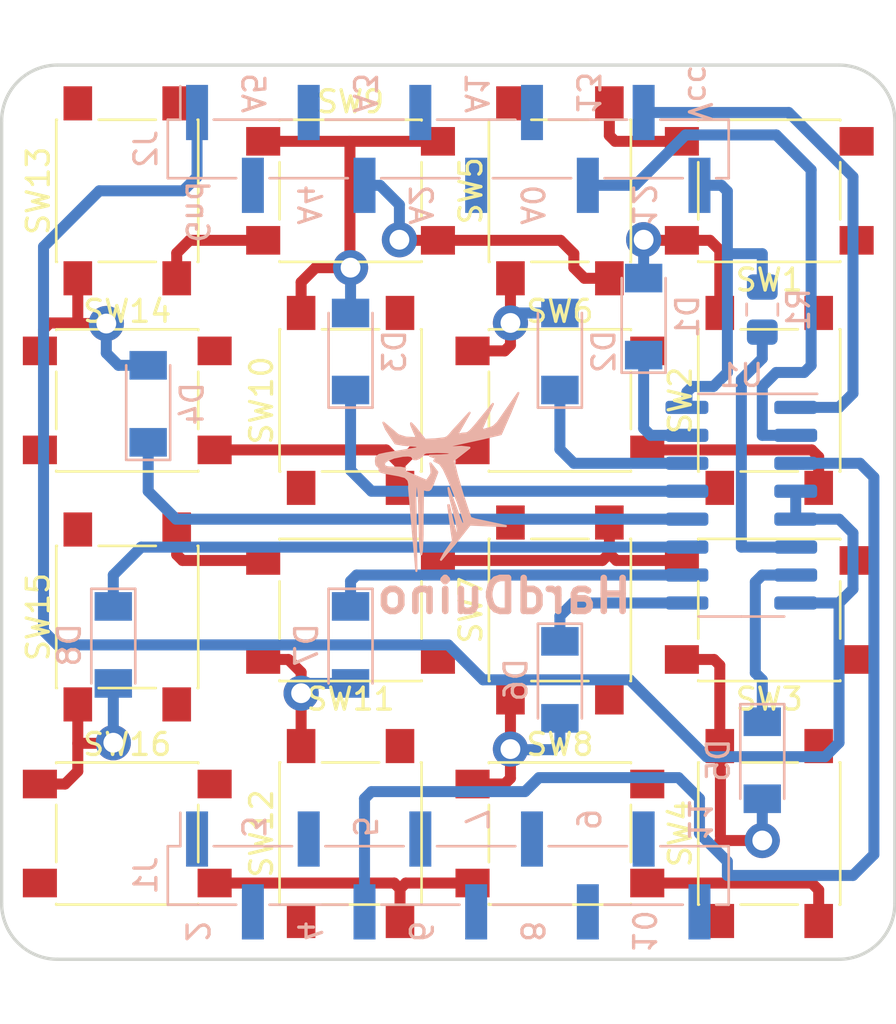
<source format=kicad_pcb>
(kicad_pcb (version 20171130) (host pcbnew "(5.1.8)-1")

  (general
    (thickness 1.6)
    (drawings 30)
    (tracks 199)
    (zones 0)
    (modules 28)
    (nets 41)
  )

  (page A4)
  (layers
    (0 F.Cu signal)
    (31 B.Cu signal)
    (32 B.Adhes user)
    (33 F.Adhes user)
    (34 B.Paste user)
    (35 F.Paste user)
    (36 B.SilkS user)
    (37 F.SilkS user)
    (38 B.Mask user)
    (39 F.Mask user)
    (40 Dwgs.User user)
    (41 Cmts.User user)
    (42 Eco1.User user)
    (43 Eco2.User user)
    (44 Edge.Cuts user)
    (45 Margin user)
    (46 B.CrtYd user)
    (47 F.CrtYd user)
    (48 B.Fab user)
    (49 F.Fab user)
  )

  (setup
    (last_trace_width 0.25)
    (user_trace_width 0.5)
    (trace_clearance 0.2)
    (zone_clearance 0.508)
    (zone_45_only no)
    (trace_min 0.2)
    (via_size 0.8)
    (via_drill 0.4)
    (via_min_size 0.4)
    (via_min_drill 0.3)
    (user_via 1.6 0.9)
    (uvia_size 0.3)
    (uvia_drill 0.1)
    (uvias_allowed no)
    (uvia_min_size 0.2)
    (uvia_min_drill 0.1)
    (edge_width 0.05)
    (segment_width 0.2)
    (pcb_text_width 0.3)
    (pcb_text_size 1.5 1.5)
    (mod_edge_width 0.12)
    (mod_text_size 1 1)
    (mod_text_width 0.15)
    (pad_size 1.524 1.524)
    (pad_drill 0.762)
    (pad_to_mask_clearance 0.051)
    (solder_mask_min_width 0.25)
    (aux_axis_origin 0 0)
    (visible_elements 7FFFFFFF)
    (pcbplotparams
      (layerselection 0x010fc_ffffffff)
      (usegerberextensions false)
      (usegerberattributes false)
      (usegerberadvancedattributes false)
      (creategerberjobfile false)
      (excludeedgelayer true)
      (linewidth 0.100000)
      (plotframeref false)
      (viasonmask false)
      (mode 1)
      (useauxorigin false)
      (hpglpennumber 1)
      (hpglpenspeed 20)
      (hpglpendiameter 15.000000)
      (psnegative false)
      (psa4output false)
      (plotreference true)
      (plotvalue true)
      (plotinvisibletext false)
      (padsonsilk false)
      (subtractmaskfromsilk false)
      (outputformat 1)
      (mirror false)
      (drillshape 1)
      (scaleselection 1)
      (outputdirectory ""))
  )

  (net 0 "")
  (net 1 /2)
  (net 2 /4)
  (net 3 /6)
  (net 4 /8)
  (net 5 /10)
  (net 6 /3)
  (net 7 /5)
  (net 8 /7)
  (net 9 /9)
  (net 10 /11)
  (net 11 /13)
  (net 12 /A1)
  (net 13 /A3)
  (net 14 /A5)
  (net 15 /12)
  (net 16 /A0)
  (net 17 /A2)
  (net 18 /A4)
  (net 19 "Net-(SW11-Pad2)")
  (net 20 "Net-(SW12-Pad2)")
  (net 21 GND)
  (net 22 "Net-(D1-Pad2)")
  (net 23 "Net-(D1-Pad1)")
  (net 24 "Net-(D2-Pad1)")
  (net 25 "Net-(D2-Pad2)")
  (net 26 "Net-(D3-Pad2)")
  (net 27 "Net-(D3-Pad1)")
  (net 28 "Net-(D4-Pad1)")
  (net 29 "Net-(D4-Pad2)")
  (net 30 "Net-(D5-Pad2)")
  (net 31 "Net-(D5-Pad1)")
  (net 32 "Net-(D6-Pad1)")
  (net 33 "Net-(D6-Pad2)")
  (net 34 "Net-(D7-Pad2)")
  (net 35 "Net-(D7-Pad1)")
  (net 36 "Net-(D8-Pad1)")
  (net 37 "Net-(D8-Pad2)")
  (net 38 VCC)
  (net 39 "Net-(R1-Pad1)")
  (net 40 "Net-(SW10-Pad2)")

  (net_class Default "Это класс цепей по умолчанию."
    (clearance 0.2)
    (trace_width 0.25)
    (via_dia 0.8)
    (via_drill 0.4)
    (uvia_dia 0.3)
    (uvia_drill 0.1)
    (add_net /10)
    (add_net /11)
    (add_net /12)
    (add_net /13)
    (add_net /2)
    (add_net /3)
    (add_net /4)
    (add_net /5)
    (add_net /6)
    (add_net /7)
    (add_net /8)
    (add_net /9)
    (add_net /A0)
    (add_net /A1)
    (add_net /A2)
    (add_net /A3)
    (add_net /A4)
    (add_net /A5)
    (add_net GND)
    (add_net "Net-(D1-Pad1)")
    (add_net "Net-(D1-Pad2)")
    (add_net "Net-(D2-Pad1)")
    (add_net "Net-(D2-Pad2)")
    (add_net "Net-(D3-Pad1)")
    (add_net "Net-(D3-Pad2)")
    (add_net "Net-(D4-Pad1)")
    (add_net "Net-(D4-Pad2)")
    (add_net "Net-(D5-Pad1)")
    (add_net "Net-(D5-Pad2)")
    (add_net "Net-(D6-Pad1)")
    (add_net "Net-(D6-Pad2)")
    (add_net "Net-(D7-Pad1)")
    (add_net "Net-(D7-Pad2)")
    (add_net "Net-(D8-Pad1)")
    (add_net "Net-(D8-Pad2)")
    (add_net "Net-(R1-Pad1)")
    (add_net "Net-(SW10-Pad2)")
    (add_net "Net-(SW11-Pad2)")
    (add_net "Net-(SW12-Pad2)")
    (add_net VCC)
  )

  (module Button_Switch_SMD:SW_Push_1P1T_NO_6x6mm_H9.5mm (layer F.Cu) (tedit 5CA1CA7F) (tstamp 5E6C9FB5)
    (at 121.6025 85.4075 90)
    (descr "tactile push button, 6x6mm e.g. PTS645xx series, height=9.5mm")
    (tags "tact sw push 6mm smd")
    (path /5E6CECEB)
    (attr smd)
    (fp_text reference SW4 (at 0 -4.05 90) (layer F.SilkS)
      (effects (font (size 1 1) (thickness 0.15)))
    )
    (fp_text value SW_Push (at 0 4.15 90) (layer F.Fab)
      (effects (font (size 1 1) (thickness 0.15)))
    )
    (fp_circle (center 0 0) (end 1.75 -0.05) (layer F.Fab) (width 0.1))
    (fp_line (start -3.23 3.23) (end 3.23 3.23) (layer F.SilkS) (width 0.12))
    (fp_line (start -3.23 -1.3) (end -3.23 1.3) (layer F.SilkS) (width 0.12))
    (fp_line (start -3.23 -3.23) (end 3.23 -3.23) (layer F.SilkS) (width 0.12))
    (fp_line (start 3.23 -1.3) (end 3.23 1.3) (layer F.SilkS) (width 0.12))
    (fp_line (start -3.23 -3.2) (end -3.23 -3.23) (layer F.SilkS) (width 0.12))
    (fp_line (start -3.23 3.23) (end -3.23 3.2) (layer F.SilkS) (width 0.12))
    (fp_line (start 3.23 3.23) (end 3.23 3.2) (layer F.SilkS) (width 0.12))
    (fp_line (start 3.23 -3.23) (end 3.23 -3.2) (layer F.SilkS) (width 0.12))
    (fp_line (start -5 -3.25) (end 5 -3.25) (layer F.CrtYd) (width 0.05))
    (fp_line (start -5 3.25) (end 5 3.25) (layer F.CrtYd) (width 0.05))
    (fp_line (start -5 -3.25) (end -5 3.25) (layer F.CrtYd) (width 0.05))
    (fp_line (start 5 3.25) (end 5 -3.25) (layer F.CrtYd) (width 0.05))
    (fp_line (start 3 -3) (end -3 -3) (layer F.Fab) (width 0.1))
    (fp_line (start 3 3) (end 3 -3) (layer F.Fab) (width 0.1))
    (fp_line (start -3 3) (end 3 3) (layer F.Fab) (width 0.1))
    (fp_line (start -3 -3) (end -3 3) (layer F.Fab) (width 0.1))
    (fp_text user %R (at 0 -4.05 90) (layer F.Fab)
      (effects (font (size 1 1) (thickness 0.15)))
    )
    (pad 2 smd rect (at 3.975 2.25 90) (size 1.55 1.3) (layers F.Cu F.Paste F.Mask)
      (net 20 "Net-(SW12-Pad2)"))
    (pad 1 smd rect (at 3.975 -2.25 90) (size 1.55 1.3) (layers F.Cu F.Paste F.Mask)
      (net 30 "Net-(D5-Pad2)"))
    (pad 1 smd rect (at -3.975 -2.25 90) (size 1.55 1.3) (layers F.Cu F.Paste F.Mask)
      (net 30 "Net-(D5-Pad2)"))
    (pad 2 smd rect (at -3.975 2.25 90) (size 1.55 1.3) (layers F.Cu F.Paste F.Mask)
      (net 20 "Net-(SW12-Pad2)"))
    (model ${KISYS3DMOD}/Button_Switch_SMD.3dshapes/SW_PUSH_6mm_H9.5mm.wrl
      (at (xyz 0 0 0))
      (scale (xyz 1 1 1))
      (rotate (xyz 0 0 0))
    )
  )

  (module Button_Switch_SMD:SW_Push_1P1T_NO_6x6mm_H9.5mm (layer F.Cu) (tedit 5CA1CA7F) (tstamp 5E6C9F9B)
    (at 112.0775 75.2475 90)
    (descr "tactile push button, 6x6mm e.g. PTS645xx series, height=9.5mm")
    (tags "tact sw push 6mm smd")
    (path /5E6CE3C3)
    (attr smd)
    (fp_text reference SW7 (at 0 -4.05 90) (layer F.SilkS)
      (effects (font (size 1 1) (thickness 0.15)))
    )
    (fp_text value SW_Push (at 0 4.15 90) (layer F.Fab)
      (effects (font (size 1 1) (thickness 0.15)))
    )
    (fp_circle (center 0 0) (end 1.75 -0.05) (layer F.Fab) (width 0.1))
    (fp_line (start -3.23 3.23) (end 3.23 3.23) (layer F.SilkS) (width 0.12))
    (fp_line (start -3.23 -1.3) (end -3.23 1.3) (layer F.SilkS) (width 0.12))
    (fp_line (start -3.23 -3.23) (end 3.23 -3.23) (layer F.SilkS) (width 0.12))
    (fp_line (start 3.23 -1.3) (end 3.23 1.3) (layer F.SilkS) (width 0.12))
    (fp_line (start -3.23 -3.2) (end -3.23 -3.23) (layer F.SilkS) (width 0.12))
    (fp_line (start -3.23 3.23) (end -3.23 3.2) (layer F.SilkS) (width 0.12))
    (fp_line (start 3.23 3.23) (end 3.23 3.2) (layer F.SilkS) (width 0.12))
    (fp_line (start 3.23 -3.23) (end 3.23 -3.2) (layer F.SilkS) (width 0.12))
    (fp_line (start -5 -3.25) (end 5 -3.25) (layer F.CrtYd) (width 0.05))
    (fp_line (start -5 3.25) (end 5 3.25) (layer F.CrtYd) (width 0.05))
    (fp_line (start -5 -3.25) (end -5 3.25) (layer F.CrtYd) (width 0.05))
    (fp_line (start 5 3.25) (end 5 -3.25) (layer F.CrtYd) (width 0.05))
    (fp_line (start 3 -3) (end -3 -3) (layer F.Fab) (width 0.1))
    (fp_line (start 3 3) (end 3 -3) (layer F.Fab) (width 0.1))
    (fp_line (start -3 3) (end 3 3) (layer F.Fab) (width 0.1))
    (fp_line (start -3 -3) (end -3 3) (layer F.Fab) (width 0.1))
    (fp_text user %R (at 0 -4.05 90) (layer F.Fab)
      (effects (font (size 1 1) (thickness 0.15)))
    )
    (pad 2 smd rect (at 3.975 2.25 90) (size 1.55 1.3) (layers F.Cu F.Paste F.Mask)
      (net 19 "Net-(SW11-Pad2)"))
    (pad 1 smd rect (at 3.975 -2.25 90) (size 1.55 1.3) (layers F.Cu F.Paste F.Mask)
      (net 33 "Net-(D6-Pad2)"))
    (pad 1 smd rect (at -3.975 -2.25 90) (size 1.55 1.3) (layers F.Cu F.Paste F.Mask)
      (net 33 "Net-(D6-Pad2)"))
    (pad 2 smd rect (at -3.975 2.25 90) (size 1.55 1.3) (layers F.Cu F.Paste F.Mask)
      (net 19 "Net-(SW11-Pad2)"))
    (model ${KISYS3DMOD}/Button_Switch_SMD.3dshapes/SW_PUSH_6mm_H9.5mm.wrl
      (at (xyz 0 0 0))
      (scale (xyz 1 1 1))
      (rotate (xyz 0 0 0))
    )
  )

  (module Button_Switch_SMD:SW_Push_1P1T_NO_6x6mm_H9.5mm (layer F.Cu) (tedit 5CA1CA7F) (tstamp 5E6C9F81)
    (at 112.0775 65.7225)
    (descr "tactile push button, 6x6mm e.g. PTS645xx series, height=9.5mm")
    (tags "tact sw push 6mm smd")
    (path /5E6CE06F)
    (attr smd)
    (fp_text reference SW6 (at 0 -4.05) (layer F.SilkS)
      (effects (font (size 1 1) (thickness 0.15)))
    )
    (fp_text value SW_Push (at 0 4.15) (layer F.Fab)
      (effects (font (size 1 1) (thickness 0.15)))
    )
    (fp_circle (center 0 0) (end 1.75 -0.05) (layer F.Fab) (width 0.1))
    (fp_line (start -3.23 3.23) (end 3.23 3.23) (layer F.SilkS) (width 0.12))
    (fp_line (start -3.23 -1.3) (end -3.23 1.3) (layer F.SilkS) (width 0.12))
    (fp_line (start -3.23 -3.23) (end 3.23 -3.23) (layer F.SilkS) (width 0.12))
    (fp_line (start 3.23 -1.3) (end 3.23 1.3) (layer F.SilkS) (width 0.12))
    (fp_line (start -3.23 -3.2) (end -3.23 -3.23) (layer F.SilkS) (width 0.12))
    (fp_line (start -3.23 3.23) (end -3.23 3.2) (layer F.SilkS) (width 0.12))
    (fp_line (start 3.23 3.23) (end 3.23 3.2) (layer F.SilkS) (width 0.12))
    (fp_line (start 3.23 -3.23) (end 3.23 -3.2) (layer F.SilkS) (width 0.12))
    (fp_line (start -5 -3.25) (end 5 -3.25) (layer F.CrtYd) (width 0.05))
    (fp_line (start -5 3.25) (end 5 3.25) (layer F.CrtYd) (width 0.05))
    (fp_line (start -5 -3.25) (end -5 3.25) (layer F.CrtYd) (width 0.05))
    (fp_line (start 5 3.25) (end 5 -3.25) (layer F.CrtYd) (width 0.05))
    (fp_line (start 3 -3) (end -3 -3) (layer F.Fab) (width 0.1))
    (fp_line (start 3 3) (end 3 -3) (layer F.Fab) (width 0.1))
    (fp_line (start -3 3) (end 3 3) (layer F.Fab) (width 0.1))
    (fp_line (start -3 -3) (end -3 3) (layer F.Fab) (width 0.1))
    (fp_text user %R (at 0 -4.05) (layer F.Fab)
      (effects (font (size 1 1) (thickness 0.15)))
    )
    (pad 2 smd rect (at 3.975 2.25) (size 1.55 1.3) (layers F.Cu F.Paste F.Mask)
      (net 40 "Net-(SW10-Pad2)"))
    (pad 1 smd rect (at 3.975 -2.25) (size 1.55 1.3) (layers F.Cu F.Paste F.Mask)
      (net 25 "Net-(D2-Pad2)"))
    (pad 1 smd rect (at -3.975 -2.25) (size 1.55 1.3) (layers F.Cu F.Paste F.Mask)
      (net 25 "Net-(D2-Pad2)"))
    (pad 2 smd rect (at -3.975 2.25) (size 1.55 1.3) (layers F.Cu F.Paste F.Mask)
      (net 40 "Net-(SW10-Pad2)"))
    (model ${KISYS3DMOD}/Button_Switch_SMD.3dshapes/SW_PUSH_6mm_H9.5mm.wrl
      (at (xyz 0 0 0))
      (scale (xyz 1 1 1))
      (rotate (xyz 0 0 0))
    )
  )

  (module Button_Switch_SMD:SW_Push_1P1T_NO_6x6mm_H9.5mm (layer F.Cu) (tedit 5CA1CA7F) (tstamp 5E6C9F67)
    (at 121.6025 75.2475 180)
    (descr "tactile push button, 6x6mm e.g. PTS645xx series, height=9.5mm")
    (tags "tact sw push 6mm smd")
    (path /5E6CE23A)
    (attr smd)
    (fp_text reference SW3 (at 0 -4.05) (layer F.SilkS)
      (effects (font (size 1 1) (thickness 0.15)))
    )
    (fp_text value SW_Push (at 0 4.15) (layer F.Fab)
      (effects (font (size 1 1) (thickness 0.15)))
    )
    (fp_circle (center 0 0) (end 1.75 -0.05) (layer F.Fab) (width 0.1))
    (fp_line (start -3.23 3.23) (end 3.23 3.23) (layer F.SilkS) (width 0.12))
    (fp_line (start -3.23 -1.3) (end -3.23 1.3) (layer F.SilkS) (width 0.12))
    (fp_line (start -3.23 -3.23) (end 3.23 -3.23) (layer F.SilkS) (width 0.12))
    (fp_line (start 3.23 -1.3) (end 3.23 1.3) (layer F.SilkS) (width 0.12))
    (fp_line (start -3.23 -3.2) (end -3.23 -3.23) (layer F.SilkS) (width 0.12))
    (fp_line (start -3.23 3.23) (end -3.23 3.2) (layer F.SilkS) (width 0.12))
    (fp_line (start 3.23 3.23) (end 3.23 3.2) (layer F.SilkS) (width 0.12))
    (fp_line (start 3.23 -3.23) (end 3.23 -3.2) (layer F.SilkS) (width 0.12))
    (fp_line (start -5 -3.25) (end 5 -3.25) (layer F.CrtYd) (width 0.05))
    (fp_line (start -5 3.25) (end 5 3.25) (layer F.CrtYd) (width 0.05))
    (fp_line (start -5 -3.25) (end -5 3.25) (layer F.CrtYd) (width 0.05))
    (fp_line (start 5 3.25) (end 5 -3.25) (layer F.CrtYd) (width 0.05))
    (fp_line (start 3 -3) (end -3 -3) (layer F.Fab) (width 0.1))
    (fp_line (start 3 3) (end 3 -3) (layer F.Fab) (width 0.1))
    (fp_line (start -3 3) (end 3 3) (layer F.Fab) (width 0.1))
    (fp_line (start -3 -3) (end -3 3) (layer F.Fab) (width 0.1))
    (fp_text user %R (at 0 -4.05) (layer F.Fab)
      (effects (font (size 1 1) (thickness 0.15)))
    )
    (pad 2 smd rect (at 3.975 2.25 180) (size 1.55 1.3) (layers F.Cu F.Paste F.Mask)
      (net 19 "Net-(SW11-Pad2)"))
    (pad 1 smd rect (at 3.975 -2.25 180) (size 1.55 1.3) (layers F.Cu F.Paste F.Mask)
      (net 30 "Net-(D5-Pad2)"))
    (pad 1 smd rect (at -3.975 -2.25 180) (size 1.55 1.3) (layers F.Cu F.Paste F.Mask)
      (net 30 "Net-(D5-Pad2)"))
    (pad 2 smd rect (at -3.975 2.25 180) (size 1.55 1.3) (layers F.Cu F.Paste F.Mask)
      (net 19 "Net-(SW11-Pad2)"))
    (model ${KISYS3DMOD}/Button_Switch_SMD.3dshapes/SW_PUSH_6mm_H9.5mm.wrl
      (at (xyz 0 0 0))
      (scale (xyz 1 1 1))
      (rotate (xyz 0 0 0))
    )
  )

  (module Button_Switch_SMD:SW_Push_1P1T_NO_6x6mm_H9.5mm (layer F.Cu) (tedit 5CA1CA7F) (tstamp 5E6C9F4D)
    (at 92.3925 85.4075)
    (descr "tactile push button, 6x6mm e.g. PTS645xx series, height=9.5mm")
    (tags "tact sw push 6mm smd")
    (path /5E6CC959)
    (attr smd)
    (fp_text reference SW16 (at 0 -4.05) (layer F.SilkS)
      (effects (font (size 1 1) (thickness 0.15)))
    )
    (fp_text value SW_Push (at 0 4.15) (layer F.Fab)
      (effects (font (size 1 1) (thickness 0.15)))
    )
    (fp_circle (center 0 0) (end 1.75 -0.05) (layer F.Fab) (width 0.1))
    (fp_line (start -3.23 3.23) (end 3.23 3.23) (layer F.SilkS) (width 0.12))
    (fp_line (start -3.23 -1.3) (end -3.23 1.3) (layer F.SilkS) (width 0.12))
    (fp_line (start -3.23 -3.23) (end 3.23 -3.23) (layer F.SilkS) (width 0.12))
    (fp_line (start 3.23 -1.3) (end 3.23 1.3) (layer F.SilkS) (width 0.12))
    (fp_line (start -3.23 -3.2) (end -3.23 -3.23) (layer F.SilkS) (width 0.12))
    (fp_line (start -3.23 3.23) (end -3.23 3.2) (layer F.SilkS) (width 0.12))
    (fp_line (start 3.23 3.23) (end 3.23 3.2) (layer F.SilkS) (width 0.12))
    (fp_line (start 3.23 -3.23) (end 3.23 -3.2) (layer F.SilkS) (width 0.12))
    (fp_line (start -5 -3.25) (end 5 -3.25) (layer F.CrtYd) (width 0.05))
    (fp_line (start -5 3.25) (end 5 3.25) (layer F.CrtYd) (width 0.05))
    (fp_line (start -5 -3.25) (end -5 3.25) (layer F.CrtYd) (width 0.05))
    (fp_line (start 5 3.25) (end 5 -3.25) (layer F.CrtYd) (width 0.05))
    (fp_line (start 3 -3) (end -3 -3) (layer F.Fab) (width 0.1))
    (fp_line (start 3 3) (end 3 -3) (layer F.Fab) (width 0.1))
    (fp_line (start -3 3) (end 3 3) (layer F.Fab) (width 0.1))
    (fp_line (start -3 -3) (end -3 3) (layer F.Fab) (width 0.1))
    (fp_text user %R (at 0 -4.05) (layer F.Fab)
      (effects (font (size 1 1) (thickness 0.15)))
    )
    (pad 2 smd rect (at 3.975 2.25) (size 1.55 1.3) (layers F.Cu F.Paste F.Mask)
      (net 20 "Net-(SW12-Pad2)"))
    (pad 1 smd rect (at 3.975 -2.25) (size 1.55 1.3) (layers F.Cu F.Paste F.Mask)
      (net 37 "Net-(D8-Pad2)"))
    (pad 1 smd rect (at -3.975 -2.25) (size 1.55 1.3) (layers F.Cu F.Paste F.Mask)
      (net 37 "Net-(D8-Pad2)"))
    (pad 2 smd rect (at -3.975 2.25) (size 1.55 1.3) (layers F.Cu F.Paste F.Mask)
      (net 20 "Net-(SW12-Pad2)"))
    (model ${KISYS3DMOD}/Button_Switch_SMD.3dshapes/SW_PUSH_6mm_H9.5mm.wrl
      (at (xyz 0 0 0))
      (scale (xyz 1 1 1))
      (rotate (xyz 0 0 0))
    )
  )

  (module Button_Switch_SMD:SW_Push_1P1T_NO_6x6mm_H9.5mm (layer F.Cu) (tedit 5CA1CA7F) (tstamp 5E6C9F33)
    (at 112.0775 56.1975 90)
    (descr "tactile push button, 6x6mm e.g. PTS645xx series, height=9.5mm")
    (tags "tact sw push 6mm smd")
    (path /5E6CC5F9)
    (attr smd)
    (fp_text reference SW5 (at 0 -4.05 90) (layer F.SilkS)
      (effects (font (size 1 1) (thickness 0.15)))
    )
    (fp_text value SW_Push (at 0 4.15 90) (layer F.Fab)
      (effects (font (size 1 1) (thickness 0.15)))
    )
    (fp_circle (center 0 0) (end 1.75 -0.05) (layer F.Fab) (width 0.1))
    (fp_line (start -3.23 3.23) (end 3.23 3.23) (layer F.SilkS) (width 0.12))
    (fp_line (start -3.23 -1.3) (end -3.23 1.3) (layer F.SilkS) (width 0.12))
    (fp_line (start -3.23 -3.23) (end 3.23 -3.23) (layer F.SilkS) (width 0.12))
    (fp_line (start 3.23 -1.3) (end 3.23 1.3) (layer F.SilkS) (width 0.12))
    (fp_line (start -3.23 -3.2) (end -3.23 -3.23) (layer F.SilkS) (width 0.12))
    (fp_line (start -3.23 3.23) (end -3.23 3.2) (layer F.SilkS) (width 0.12))
    (fp_line (start 3.23 3.23) (end 3.23 3.2) (layer F.SilkS) (width 0.12))
    (fp_line (start 3.23 -3.23) (end 3.23 -3.2) (layer F.SilkS) (width 0.12))
    (fp_line (start -5 -3.25) (end 5 -3.25) (layer F.CrtYd) (width 0.05))
    (fp_line (start -5 3.25) (end 5 3.25) (layer F.CrtYd) (width 0.05))
    (fp_line (start -5 -3.25) (end -5 3.25) (layer F.CrtYd) (width 0.05))
    (fp_line (start 5 3.25) (end 5 -3.25) (layer F.CrtYd) (width 0.05))
    (fp_line (start 3 -3) (end -3 -3) (layer F.Fab) (width 0.1))
    (fp_line (start 3 3) (end 3 -3) (layer F.Fab) (width 0.1))
    (fp_line (start -3 3) (end 3 3) (layer F.Fab) (width 0.1))
    (fp_line (start -3 -3) (end -3 3) (layer F.Fab) (width 0.1))
    (fp_text user %R (at 0 -4.05 90) (layer F.Fab)
      (effects (font (size 1 1) (thickness 0.15)))
    )
    (pad 2 smd rect (at 3.975 2.25 90) (size 1.55 1.3) (layers F.Cu F.Paste F.Mask)
      (net 13 /A3))
    (pad 1 smd rect (at 3.975 -2.25 90) (size 1.55 1.3) (layers F.Cu F.Paste F.Mask)
      (net 25 "Net-(D2-Pad2)"))
    (pad 1 smd rect (at -3.975 -2.25 90) (size 1.55 1.3) (layers F.Cu F.Paste F.Mask)
      (net 25 "Net-(D2-Pad2)"))
    (pad 2 smd rect (at -3.975 2.25 90) (size 1.55 1.3) (layers F.Cu F.Paste F.Mask)
      (net 13 /A3))
    (model ${KISYS3DMOD}/Button_Switch_SMD.3dshapes/SW_PUSH_6mm_H9.5mm.wrl
      (at (xyz 0 0 0))
      (scale (xyz 1 1 1))
      (rotate (xyz 0 0 0))
    )
  )

  (module Button_Switch_SMD:SW_Push_1P1T_NO_6x6mm_H9.5mm (layer F.Cu) (tedit 5CA1CA7F) (tstamp 5E6C9F19)
    (at 121.6025 65.7225 90)
    (descr "tactile push button, 6x6mm e.g. PTS645xx series, height=9.5mm")
    (tags "tact sw push 6mm smd")
    (path /5E6CCCFB)
    (attr smd)
    (fp_text reference SW2 (at 0 -4.05 90) (layer F.SilkS)
      (effects (font (size 1 1) (thickness 0.15)))
    )
    (fp_text value SW_Push (at 0 4.15 90) (layer F.Fab)
      (effects (font (size 1 1) (thickness 0.15)))
    )
    (fp_circle (center 0 0) (end 1.75 -0.05) (layer F.Fab) (width 0.1))
    (fp_line (start -3.23 3.23) (end 3.23 3.23) (layer F.SilkS) (width 0.12))
    (fp_line (start -3.23 -1.3) (end -3.23 1.3) (layer F.SilkS) (width 0.12))
    (fp_line (start -3.23 -3.23) (end 3.23 -3.23) (layer F.SilkS) (width 0.12))
    (fp_line (start 3.23 -1.3) (end 3.23 1.3) (layer F.SilkS) (width 0.12))
    (fp_line (start -3.23 -3.2) (end -3.23 -3.23) (layer F.SilkS) (width 0.12))
    (fp_line (start -3.23 3.23) (end -3.23 3.2) (layer F.SilkS) (width 0.12))
    (fp_line (start 3.23 3.23) (end 3.23 3.2) (layer F.SilkS) (width 0.12))
    (fp_line (start 3.23 -3.23) (end 3.23 -3.2) (layer F.SilkS) (width 0.12))
    (fp_line (start -5 -3.25) (end 5 -3.25) (layer F.CrtYd) (width 0.05))
    (fp_line (start -5 3.25) (end 5 3.25) (layer F.CrtYd) (width 0.05))
    (fp_line (start -5 -3.25) (end -5 3.25) (layer F.CrtYd) (width 0.05))
    (fp_line (start 5 3.25) (end 5 -3.25) (layer F.CrtYd) (width 0.05))
    (fp_line (start 3 -3) (end -3 -3) (layer F.Fab) (width 0.1))
    (fp_line (start 3 3) (end 3 -3) (layer F.Fab) (width 0.1))
    (fp_line (start -3 3) (end 3 3) (layer F.Fab) (width 0.1))
    (fp_line (start -3 -3) (end -3 3) (layer F.Fab) (width 0.1))
    (fp_text user %R (at 0 -4.05 90) (layer F.Fab)
      (effects (font (size 1 1) (thickness 0.15)))
    )
    (pad 2 smd rect (at 3.975 2.25 90) (size 1.55 1.3) (layers F.Cu F.Paste F.Mask)
      (net 40 "Net-(SW10-Pad2)"))
    (pad 1 smd rect (at 3.975 -2.25 90) (size 1.55 1.3) (layers F.Cu F.Paste F.Mask)
      (net 22 "Net-(D1-Pad2)"))
    (pad 1 smd rect (at -3.975 -2.25 90) (size 1.55 1.3) (layers F.Cu F.Paste F.Mask)
      (net 22 "Net-(D1-Pad2)"))
    (pad 2 smd rect (at -3.975 2.25 90) (size 1.55 1.3) (layers F.Cu F.Paste F.Mask)
      (net 40 "Net-(SW10-Pad2)"))
    (model ${KISYS3DMOD}/Button_Switch_SMD.3dshapes/SW_PUSH_6mm_H9.5mm.wrl
      (at (xyz 0 0 0))
      (scale (xyz 1 1 1))
      (rotate (xyz 0 0 0))
    )
  )

  (module Button_Switch_SMD:SW_Push_1P1T_NO_6x6mm_H9.5mm (layer F.Cu) (tedit 5CA1CA7F) (tstamp 5E6C9EFF)
    (at 92.3925 75.565 90)
    (descr "tactile push button, 6x6mm e.g. PTS645xx series, height=9.5mm")
    (tags "tact sw push 6mm smd")
    (path /5E6CD26E)
    (attr smd)
    (fp_text reference SW15 (at 0 -4.05 90) (layer F.SilkS)
      (effects (font (size 1 1) (thickness 0.15)))
    )
    (fp_text value SW_Push (at 0 4.15 90) (layer F.Fab)
      (effects (font (size 1 1) (thickness 0.15)))
    )
    (fp_circle (center 0 0) (end 1.75 -0.05) (layer F.Fab) (width 0.1))
    (fp_line (start -3.23 3.23) (end 3.23 3.23) (layer F.SilkS) (width 0.12))
    (fp_line (start -3.23 -1.3) (end -3.23 1.3) (layer F.SilkS) (width 0.12))
    (fp_line (start -3.23 -3.23) (end 3.23 -3.23) (layer F.SilkS) (width 0.12))
    (fp_line (start 3.23 -1.3) (end 3.23 1.3) (layer F.SilkS) (width 0.12))
    (fp_line (start -3.23 -3.2) (end -3.23 -3.23) (layer F.SilkS) (width 0.12))
    (fp_line (start -3.23 3.23) (end -3.23 3.2) (layer F.SilkS) (width 0.12))
    (fp_line (start 3.23 3.23) (end 3.23 3.2) (layer F.SilkS) (width 0.12))
    (fp_line (start 3.23 -3.23) (end 3.23 -3.2) (layer F.SilkS) (width 0.12))
    (fp_line (start -5 -3.25) (end 5 -3.25) (layer F.CrtYd) (width 0.05))
    (fp_line (start -5 3.25) (end 5 3.25) (layer F.CrtYd) (width 0.05))
    (fp_line (start -5 -3.25) (end -5 3.25) (layer F.CrtYd) (width 0.05))
    (fp_line (start 5 3.25) (end 5 -3.25) (layer F.CrtYd) (width 0.05))
    (fp_line (start 3 -3) (end -3 -3) (layer F.Fab) (width 0.1))
    (fp_line (start 3 3) (end 3 -3) (layer F.Fab) (width 0.1))
    (fp_line (start -3 3) (end 3 3) (layer F.Fab) (width 0.1))
    (fp_line (start -3 -3) (end -3 3) (layer F.Fab) (width 0.1))
    (fp_text user %R (at 0 -4.05 90) (layer F.Fab)
      (effects (font (size 1 1) (thickness 0.15)))
    )
    (pad 2 smd rect (at 3.975 2.25 90) (size 1.55 1.3) (layers F.Cu F.Paste F.Mask)
      (net 19 "Net-(SW11-Pad2)"))
    (pad 1 smd rect (at 3.975 -2.25 90) (size 1.55 1.3) (layers F.Cu F.Paste F.Mask)
      (net 37 "Net-(D8-Pad2)"))
    (pad 1 smd rect (at -3.975 -2.25 90) (size 1.55 1.3) (layers F.Cu F.Paste F.Mask)
      (net 37 "Net-(D8-Pad2)"))
    (pad 2 smd rect (at -3.975 2.25 90) (size 1.55 1.3) (layers F.Cu F.Paste F.Mask)
      (net 19 "Net-(SW11-Pad2)"))
    (model ${KISYS3DMOD}/Button_Switch_SMD.3dshapes/SW_PUSH_6mm_H9.5mm.wrl
      (at (xyz 0 0 0))
      (scale (xyz 1 1 1))
      (rotate (xyz 0 0 0))
    )
  )

  (module Button_Switch_SMD:SW_Push_1P1T_NO_6x6mm_H9.5mm (layer F.Cu) (tedit 5CA1CA7F) (tstamp 5E6C9EE5)
    (at 102.5525 85.4075 90)
    (descr "tactile push button, 6x6mm e.g. PTS645xx series, height=9.5mm")
    (tags "tact sw push 6mm smd")
    (path /5E6CCFFC)
    (attr smd)
    (fp_text reference SW12 (at 0 -4.05 90) (layer F.SilkS)
      (effects (font (size 1 1) (thickness 0.15)))
    )
    (fp_text value SW_Push (at 0 4.15 90) (layer F.Fab)
      (effects (font (size 1 1) (thickness 0.15)))
    )
    (fp_circle (center 0 0) (end 1.75 -0.05) (layer F.Fab) (width 0.1))
    (fp_line (start -3.23 3.23) (end 3.23 3.23) (layer F.SilkS) (width 0.12))
    (fp_line (start -3.23 -1.3) (end -3.23 1.3) (layer F.SilkS) (width 0.12))
    (fp_line (start -3.23 -3.23) (end 3.23 -3.23) (layer F.SilkS) (width 0.12))
    (fp_line (start 3.23 -1.3) (end 3.23 1.3) (layer F.SilkS) (width 0.12))
    (fp_line (start -3.23 -3.2) (end -3.23 -3.23) (layer F.SilkS) (width 0.12))
    (fp_line (start -3.23 3.23) (end -3.23 3.2) (layer F.SilkS) (width 0.12))
    (fp_line (start 3.23 3.23) (end 3.23 3.2) (layer F.SilkS) (width 0.12))
    (fp_line (start 3.23 -3.23) (end 3.23 -3.2) (layer F.SilkS) (width 0.12))
    (fp_line (start -5 -3.25) (end 5 -3.25) (layer F.CrtYd) (width 0.05))
    (fp_line (start -5 3.25) (end 5 3.25) (layer F.CrtYd) (width 0.05))
    (fp_line (start -5 -3.25) (end -5 3.25) (layer F.CrtYd) (width 0.05))
    (fp_line (start 5 3.25) (end 5 -3.25) (layer F.CrtYd) (width 0.05))
    (fp_line (start 3 -3) (end -3 -3) (layer F.Fab) (width 0.1))
    (fp_line (start 3 3) (end 3 -3) (layer F.Fab) (width 0.1))
    (fp_line (start -3 3) (end 3 3) (layer F.Fab) (width 0.1))
    (fp_line (start -3 -3) (end -3 3) (layer F.Fab) (width 0.1))
    (fp_text user %R (at 0 -4.05 90) (layer F.Fab)
      (effects (font (size 1 1) (thickness 0.15)))
    )
    (pad 2 smd rect (at 3.975 2.25 90) (size 1.55 1.3) (layers F.Cu F.Paste F.Mask)
      (net 20 "Net-(SW12-Pad2)"))
    (pad 1 smd rect (at 3.975 -2.25 90) (size 1.55 1.3) (layers F.Cu F.Paste F.Mask)
      (net 34 "Net-(D7-Pad2)"))
    (pad 1 smd rect (at -3.975 -2.25 90) (size 1.55 1.3) (layers F.Cu F.Paste F.Mask)
      (net 34 "Net-(D7-Pad2)"))
    (pad 2 smd rect (at -3.975 2.25 90) (size 1.55 1.3) (layers F.Cu F.Paste F.Mask)
      (net 20 "Net-(SW12-Pad2)"))
    (model ${KISYS3DMOD}/Button_Switch_SMD.3dshapes/SW_PUSH_6mm_H9.5mm.wrl
      (at (xyz 0 0 0))
      (scale (xyz 1 1 1))
      (rotate (xyz 0 0 0))
    )
  )

  (module Button_Switch_SMD:SW_Push_1P1T_NO_6x6mm_H9.5mm (layer F.Cu) (tedit 5CA1CA7F) (tstamp 5E6C9ECB)
    (at 121.6025 56.1975 180)
    (descr "tactile push button, 6x6mm e.g. PTS645xx series, height=9.5mm")
    (tags "tact sw push 6mm smd")
    (path /5E6CDA48)
    (attr smd)
    (fp_text reference SW1 (at 0 -4.05) (layer F.SilkS)
      (effects (font (size 1 1) (thickness 0.15)))
    )
    (fp_text value SW_Push (at 0 4.15) (layer F.Fab)
      (effects (font (size 1 1) (thickness 0.15)))
    )
    (fp_circle (center 0 0) (end 1.75 -0.05) (layer F.Fab) (width 0.1))
    (fp_line (start -3.23 3.23) (end 3.23 3.23) (layer F.SilkS) (width 0.12))
    (fp_line (start -3.23 -1.3) (end -3.23 1.3) (layer F.SilkS) (width 0.12))
    (fp_line (start -3.23 -3.23) (end 3.23 -3.23) (layer F.SilkS) (width 0.12))
    (fp_line (start 3.23 -1.3) (end 3.23 1.3) (layer F.SilkS) (width 0.12))
    (fp_line (start -3.23 -3.2) (end -3.23 -3.23) (layer F.SilkS) (width 0.12))
    (fp_line (start -3.23 3.23) (end -3.23 3.2) (layer F.SilkS) (width 0.12))
    (fp_line (start 3.23 3.23) (end 3.23 3.2) (layer F.SilkS) (width 0.12))
    (fp_line (start 3.23 -3.23) (end 3.23 -3.2) (layer F.SilkS) (width 0.12))
    (fp_line (start -5 -3.25) (end 5 -3.25) (layer F.CrtYd) (width 0.05))
    (fp_line (start -5 3.25) (end 5 3.25) (layer F.CrtYd) (width 0.05))
    (fp_line (start -5 -3.25) (end -5 3.25) (layer F.CrtYd) (width 0.05))
    (fp_line (start 5 3.25) (end 5 -3.25) (layer F.CrtYd) (width 0.05))
    (fp_line (start 3 -3) (end -3 -3) (layer F.Fab) (width 0.1))
    (fp_line (start 3 3) (end 3 -3) (layer F.Fab) (width 0.1))
    (fp_line (start -3 3) (end 3 3) (layer F.Fab) (width 0.1))
    (fp_line (start -3 -3) (end -3 3) (layer F.Fab) (width 0.1))
    (fp_text user %R (at 0 -4.05) (layer F.Fab)
      (effects (font (size 1 1) (thickness 0.15)))
    )
    (pad 2 smd rect (at 3.975 2.25 180) (size 1.55 1.3) (layers F.Cu F.Paste F.Mask)
      (net 13 /A3))
    (pad 1 smd rect (at 3.975 -2.25 180) (size 1.55 1.3) (layers F.Cu F.Paste F.Mask)
      (net 22 "Net-(D1-Pad2)"))
    (pad 1 smd rect (at -3.975 -2.25 180) (size 1.55 1.3) (layers F.Cu F.Paste F.Mask)
      (net 22 "Net-(D1-Pad2)"))
    (pad 2 smd rect (at -3.975 2.25 180) (size 1.55 1.3) (layers F.Cu F.Paste F.Mask)
      (net 13 /A3))
    (model ${KISYS3DMOD}/Button_Switch_SMD.3dshapes/SW_PUSH_6mm_H9.5mm.wrl
      (at (xyz 0 0 0))
      (scale (xyz 1 1 1))
      (rotate (xyz 0 0 0))
    )
  )

  (module Button_Switch_SMD:SW_Push_1P1T_NO_6x6mm_H9.5mm (layer F.Cu) (tedit 5CA1CA7F) (tstamp 5E6C9EB1)
    (at 92.3925 65.7225)
    (descr "tactile push button, 6x6mm e.g. PTS645xx series, height=9.5mm")
    (tags "tact sw push 6mm smd")
    (path /5E6CD71D)
    (attr smd)
    (fp_text reference SW14 (at 0 -4.05) (layer F.SilkS)
      (effects (font (size 1 1) (thickness 0.15)))
    )
    (fp_text value SW_Push (at 0 4.15) (layer F.Fab)
      (effects (font (size 1 1) (thickness 0.15)))
    )
    (fp_circle (center 0 0) (end 1.75 -0.05) (layer F.Fab) (width 0.1))
    (fp_line (start -3.23 3.23) (end 3.23 3.23) (layer F.SilkS) (width 0.12))
    (fp_line (start -3.23 -1.3) (end -3.23 1.3) (layer F.SilkS) (width 0.12))
    (fp_line (start -3.23 -3.23) (end 3.23 -3.23) (layer F.SilkS) (width 0.12))
    (fp_line (start 3.23 -1.3) (end 3.23 1.3) (layer F.SilkS) (width 0.12))
    (fp_line (start -3.23 -3.2) (end -3.23 -3.23) (layer F.SilkS) (width 0.12))
    (fp_line (start -3.23 3.23) (end -3.23 3.2) (layer F.SilkS) (width 0.12))
    (fp_line (start 3.23 3.23) (end 3.23 3.2) (layer F.SilkS) (width 0.12))
    (fp_line (start 3.23 -3.23) (end 3.23 -3.2) (layer F.SilkS) (width 0.12))
    (fp_line (start -5 -3.25) (end 5 -3.25) (layer F.CrtYd) (width 0.05))
    (fp_line (start -5 3.25) (end 5 3.25) (layer F.CrtYd) (width 0.05))
    (fp_line (start -5 -3.25) (end -5 3.25) (layer F.CrtYd) (width 0.05))
    (fp_line (start 5 3.25) (end 5 -3.25) (layer F.CrtYd) (width 0.05))
    (fp_line (start 3 -3) (end -3 -3) (layer F.Fab) (width 0.1))
    (fp_line (start 3 3) (end 3 -3) (layer F.Fab) (width 0.1))
    (fp_line (start -3 3) (end 3 3) (layer F.Fab) (width 0.1))
    (fp_line (start -3 -3) (end -3 3) (layer F.Fab) (width 0.1))
    (fp_text user %R (at 0 -4.05) (layer F.Fab)
      (effects (font (size 1 1) (thickness 0.15)))
    )
    (pad 2 smd rect (at 3.975 2.25) (size 1.55 1.3) (layers F.Cu F.Paste F.Mask)
      (net 40 "Net-(SW10-Pad2)"))
    (pad 1 smd rect (at 3.975 -2.25) (size 1.55 1.3) (layers F.Cu F.Paste F.Mask)
      (net 29 "Net-(D4-Pad2)"))
    (pad 1 smd rect (at -3.975 -2.25) (size 1.55 1.3) (layers F.Cu F.Paste F.Mask)
      (net 29 "Net-(D4-Pad2)"))
    (pad 2 smd rect (at -3.975 2.25) (size 1.55 1.3) (layers F.Cu F.Paste F.Mask)
      (net 40 "Net-(SW10-Pad2)"))
    (model ${KISYS3DMOD}/Button_Switch_SMD.3dshapes/SW_PUSH_6mm_H9.5mm.wrl
      (at (xyz 0 0 0))
      (scale (xyz 1 1 1))
      (rotate (xyz 0 0 0))
    )
  )

  (module Button_Switch_SMD:SW_Push_1P1T_NO_6x6mm_H9.5mm (layer F.Cu) (tedit 5CA1CA7F) (tstamp 5E6C9E97)
    (at 102.5525 75.2475 180)
    (descr "tactile push button, 6x6mm e.g. PTS645xx series, height=9.5mm")
    (tags "tact sw push 6mm smd")
    (path /5E6CC0A0)
    (attr smd)
    (fp_text reference SW11 (at 0 -4.05) (layer F.SilkS)
      (effects (font (size 1 1) (thickness 0.15)))
    )
    (fp_text value SW_Push (at 0 4.15) (layer F.Fab)
      (effects (font (size 1 1) (thickness 0.15)))
    )
    (fp_circle (center 0 0) (end 1.75 -0.05) (layer F.Fab) (width 0.1))
    (fp_line (start -3.23 3.23) (end 3.23 3.23) (layer F.SilkS) (width 0.12))
    (fp_line (start -3.23 -1.3) (end -3.23 1.3) (layer F.SilkS) (width 0.12))
    (fp_line (start -3.23 -3.23) (end 3.23 -3.23) (layer F.SilkS) (width 0.12))
    (fp_line (start 3.23 -1.3) (end 3.23 1.3) (layer F.SilkS) (width 0.12))
    (fp_line (start -3.23 -3.2) (end -3.23 -3.23) (layer F.SilkS) (width 0.12))
    (fp_line (start -3.23 3.23) (end -3.23 3.2) (layer F.SilkS) (width 0.12))
    (fp_line (start 3.23 3.23) (end 3.23 3.2) (layer F.SilkS) (width 0.12))
    (fp_line (start 3.23 -3.23) (end 3.23 -3.2) (layer F.SilkS) (width 0.12))
    (fp_line (start -5 -3.25) (end 5 -3.25) (layer F.CrtYd) (width 0.05))
    (fp_line (start -5 3.25) (end 5 3.25) (layer F.CrtYd) (width 0.05))
    (fp_line (start -5 -3.25) (end -5 3.25) (layer F.CrtYd) (width 0.05))
    (fp_line (start 5 3.25) (end 5 -3.25) (layer F.CrtYd) (width 0.05))
    (fp_line (start 3 -3) (end -3 -3) (layer F.Fab) (width 0.1))
    (fp_line (start 3 3) (end 3 -3) (layer F.Fab) (width 0.1))
    (fp_line (start -3 3) (end 3 3) (layer F.Fab) (width 0.1))
    (fp_line (start -3 -3) (end -3 3) (layer F.Fab) (width 0.1))
    (fp_text user %R (at 0 -4.05) (layer F.Fab)
      (effects (font (size 1 1) (thickness 0.15)))
    )
    (pad 2 smd rect (at 3.975 2.25 180) (size 1.55 1.3) (layers F.Cu F.Paste F.Mask)
      (net 19 "Net-(SW11-Pad2)"))
    (pad 1 smd rect (at 3.975 -2.25 180) (size 1.55 1.3) (layers F.Cu F.Paste F.Mask)
      (net 34 "Net-(D7-Pad2)"))
    (pad 1 smd rect (at -3.975 -2.25 180) (size 1.55 1.3) (layers F.Cu F.Paste F.Mask)
      (net 34 "Net-(D7-Pad2)"))
    (pad 2 smd rect (at -3.975 2.25 180) (size 1.55 1.3) (layers F.Cu F.Paste F.Mask)
      (net 19 "Net-(SW11-Pad2)"))
    (model ${KISYS3DMOD}/Button_Switch_SMD.3dshapes/SW_PUSH_6mm_H9.5mm.wrl
      (at (xyz 0 0 0))
      (scale (xyz 1 1 1))
      (rotate (xyz 0 0 0))
    )
  )

  (module Button_Switch_SMD:SW_Push_1P1T_NO_6x6mm_H9.5mm (layer F.Cu) (tedit 5CA1CA7F) (tstamp 5E6C9E7D)
    (at 92.3925 56.1975 90)
    (descr "tactile push button, 6x6mm e.g. PTS645xx series, height=9.5mm")
    (tags "tact sw push 6mm smd")
    (path /5E6CBCD1)
    (attr smd)
    (fp_text reference SW13 (at 0 -4.05 90) (layer F.SilkS)
      (effects (font (size 1 1) (thickness 0.15)))
    )
    (fp_text value SW_Push (at 0 4.15 90) (layer F.Fab)
      (effects (font (size 1 1) (thickness 0.15)))
    )
    (fp_circle (center 0 0) (end 1.75 -0.05) (layer F.Fab) (width 0.1))
    (fp_line (start -3.23 3.23) (end 3.23 3.23) (layer F.SilkS) (width 0.12))
    (fp_line (start -3.23 -1.3) (end -3.23 1.3) (layer F.SilkS) (width 0.12))
    (fp_line (start -3.23 -3.23) (end 3.23 -3.23) (layer F.SilkS) (width 0.12))
    (fp_line (start 3.23 -1.3) (end 3.23 1.3) (layer F.SilkS) (width 0.12))
    (fp_line (start -3.23 -3.2) (end -3.23 -3.23) (layer F.SilkS) (width 0.12))
    (fp_line (start -3.23 3.23) (end -3.23 3.2) (layer F.SilkS) (width 0.12))
    (fp_line (start 3.23 3.23) (end 3.23 3.2) (layer F.SilkS) (width 0.12))
    (fp_line (start 3.23 -3.23) (end 3.23 -3.2) (layer F.SilkS) (width 0.12))
    (fp_line (start -5 -3.25) (end 5 -3.25) (layer F.CrtYd) (width 0.05))
    (fp_line (start -5 3.25) (end 5 3.25) (layer F.CrtYd) (width 0.05))
    (fp_line (start -5 -3.25) (end -5 3.25) (layer F.CrtYd) (width 0.05))
    (fp_line (start 5 3.25) (end 5 -3.25) (layer F.CrtYd) (width 0.05))
    (fp_line (start 3 -3) (end -3 -3) (layer F.Fab) (width 0.1))
    (fp_line (start 3 3) (end 3 -3) (layer F.Fab) (width 0.1))
    (fp_line (start -3 3) (end 3 3) (layer F.Fab) (width 0.1))
    (fp_line (start -3 -3) (end -3 3) (layer F.Fab) (width 0.1))
    (fp_text user %R (at 0 -4.05 90) (layer F.Fab)
      (effects (font (size 1 1) (thickness 0.15)))
    )
    (pad 2 smd rect (at 3.975 2.25 90) (size 1.55 1.3) (layers F.Cu F.Paste F.Mask)
      (net 13 /A3))
    (pad 1 smd rect (at 3.975 -2.25 90) (size 1.55 1.3) (layers F.Cu F.Paste F.Mask)
      (net 29 "Net-(D4-Pad2)"))
    (pad 1 smd rect (at -3.975 -2.25 90) (size 1.55 1.3) (layers F.Cu F.Paste F.Mask)
      (net 29 "Net-(D4-Pad2)"))
    (pad 2 smd rect (at -3.975 2.25 90) (size 1.55 1.3) (layers F.Cu F.Paste F.Mask)
      (net 13 /A3))
    (model ${KISYS3DMOD}/Button_Switch_SMD.3dshapes/SW_PUSH_6mm_H9.5mm.wrl
      (at (xyz 0 0 0))
      (scale (xyz 1 1 1))
      (rotate (xyz 0 0 0))
    )
  )

  (module Button_Switch_SMD:SW_Push_1P1T_NO_6x6mm_H9.5mm (layer F.Cu) (tedit 5CA1CA7F) (tstamp 5E6C9E63)
    (at 102.5525 65.7225 90)
    (descr "tactile push button, 6x6mm e.g. PTS645xx series, height=9.5mm")
    (tags "tact sw push 6mm smd")
    (path /5E6CB725)
    (attr smd)
    (fp_text reference SW10 (at 0 -4.05 90) (layer F.SilkS)
      (effects (font (size 1 1) (thickness 0.15)))
    )
    (fp_text value SW_Push (at 0 4.15 90) (layer F.Fab)
      (effects (font (size 1 1) (thickness 0.15)))
    )
    (fp_circle (center 0 0) (end 1.75 -0.05) (layer F.Fab) (width 0.1))
    (fp_line (start -3.23 3.23) (end 3.23 3.23) (layer F.SilkS) (width 0.12))
    (fp_line (start -3.23 -1.3) (end -3.23 1.3) (layer F.SilkS) (width 0.12))
    (fp_line (start -3.23 -3.23) (end 3.23 -3.23) (layer F.SilkS) (width 0.12))
    (fp_line (start 3.23 -1.3) (end 3.23 1.3) (layer F.SilkS) (width 0.12))
    (fp_line (start -3.23 -3.2) (end -3.23 -3.23) (layer F.SilkS) (width 0.12))
    (fp_line (start -3.23 3.23) (end -3.23 3.2) (layer F.SilkS) (width 0.12))
    (fp_line (start 3.23 3.23) (end 3.23 3.2) (layer F.SilkS) (width 0.12))
    (fp_line (start 3.23 -3.23) (end 3.23 -3.2) (layer F.SilkS) (width 0.12))
    (fp_line (start -5 -3.25) (end 5 -3.25) (layer F.CrtYd) (width 0.05))
    (fp_line (start -5 3.25) (end 5 3.25) (layer F.CrtYd) (width 0.05))
    (fp_line (start -5 -3.25) (end -5 3.25) (layer F.CrtYd) (width 0.05))
    (fp_line (start 5 3.25) (end 5 -3.25) (layer F.CrtYd) (width 0.05))
    (fp_line (start 3 -3) (end -3 -3) (layer F.Fab) (width 0.1))
    (fp_line (start 3 3) (end 3 -3) (layer F.Fab) (width 0.1))
    (fp_line (start -3 3) (end 3 3) (layer F.Fab) (width 0.1))
    (fp_line (start -3 -3) (end -3 3) (layer F.Fab) (width 0.1))
    (fp_text user %R (at 0 -4.05 90) (layer F.Fab)
      (effects (font (size 1 1) (thickness 0.15)))
    )
    (pad 2 smd rect (at 3.975 2.25 90) (size 1.55 1.3) (layers F.Cu F.Paste F.Mask)
      (net 40 "Net-(SW10-Pad2)"))
    (pad 1 smd rect (at 3.975 -2.25 90) (size 1.55 1.3) (layers F.Cu F.Paste F.Mask)
      (net 26 "Net-(D3-Pad2)"))
    (pad 1 smd rect (at -3.975 -2.25 90) (size 1.55 1.3) (layers F.Cu F.Paste F.Mask)
      (net 26 "Net-(D3-Pad2)"))
    (pad 2 smd rect (at -3.975 2.25 90) (size 1.55 1.3) (layers F.Cu F.Paste F.Mask)
      (net 40 "Net-(SW10-Pad2)"))
    (model ${KISYS3DMOD}/Button_Switch_SMD.3dshapes/SW_PUSH_6mm_H9.5mm.wrl
      (at (xyz 0 0 0))
      (scale (xyz 1 1 1))
      (rotate (xyz 0 0 0))
    )
  )

  (module Button_Switch_SMD:SW_Push_1P1T_NO_6x6mm_H9.5mm (layer F.Cu) (tedit 5CA1CA7F) (tstamp 5E6C9E49)
    (at 102.5525 56.1975)
    (descr "tactile push button, 6x6mm e.g. PTS645xx series, height=9.5mm")
    (tags "tact sw push 6mm smd")
    (path /5E6CBA55)
    (attr smd)
    (fp_text reference SW9 (at 0 -4.05) (layer F.SilkS)
      (effects (font (size 1 1) (thickness 0.15)))
    )
    (fp_text value SW_Push (at 0 4.15) (layer F.Fab)
      (effects (font (size 1 1) (thickness 0.15)))
    )
    (fp_circle (center 0 0) (end 1.75 -0.05) (layer F.Fab) (width 0.1))
    (fp_line (start -3.23 3.23) (end 3.23 3.23) (layer F.SilkS) (width 0.12))
    (fp_line (start -3.23 -1.3) (end -3.23 1.3) (layer F.SilkS) (width 0.12))
    (fp_line (start -3.23 -3.23) (end 3.23 -3.23) (layer F.SilkS) (width 0.12))
    (fp_line (start 3.23 -1.3) (end 3.23 1.3) (layer F.SilkS) (width 0.12))
    (fp_line (start -3.23 -3.2) (end -3.23 -3.23) (layer F.SilkS) (width 0.12))
    (fp_line (start -3.23 3.23) (end -3.23 3.2) (layer F.SilkS) (width 0.12))
    (fp_line (start 3.23 3.23) (end 3.23 3.2) (layer F.SilkS) (width 0.12))
    (fp_line (start 3.23 -3.23) (end 3.23 -3.2) (layer F.SilkS) (width 0.12))
    (fp_line (start -5 -3.25) (end 5 -3.25) (layer F.CrtYd) (width 0.05))
    (fp_line (start -5 3.25) (end 5 3.25) (layer F.CrtYd) (width 0.05))
    (fp_line (start -5 -3.25) (end -5 3.25) (layer F.CrtYd) (width 0.05))
    (fp_line (start 5 3.25) (end 5 -3.25) (layer F.CrtYd) (width 0.05))
    (fp_line (start 3 -3) (end -3 -3) (layer F.Fab) (width 0.1))
    (fp_line (start 3 3) (end 3 -3) (layer F.Fab) (width 0.1))
    (fp_line (start -3 3) (end 3 3) (layer F.Fab) (width 0.1))
    (fp_line (start -3 -3) (end -3 3) (layer F.Fab) (width 0.1))
    (fp_text user %R (at 0 -4.05) (layer F.Fab)
      (effects (font (size 1 1) (thickness 0.15)))
    )
    (pad 2 smd rect (at 3.975 2.25) (size 1.55 1.3) (layers F.Cu F.Paste F.Mask)
      (net 13 /A3))
    (pad 1 smd rect (at 3.975 -2.25) (size 1.55 1.3) (layers F.Cu F.Paste F.Mask)
      (net 26 "Net-(D3-Pad2)"))
    (pad 1 smd rect (at -3.975 -2.25) (size 1.55 1.3) (layers F.Cu F.Paste F.Mask)
      (net 26 "Net-(D3-Pad2)"))
    (pad 2 smd rect (at -3.975 2.25) (size 1.55 1.3) (layers F.Cu F.Paste F.Mask)
      (net 13 /A3))
    (model ${KISYS3DMOD}/Button_Switch_SMD.3dshapes/SW_PUSH_6mm_H9.5mm.wrl
      (at (xyz 0 0 0))
      (scale (xyz 1 1 1))
      (rotate (xyz 0 0 0))
    )
  )

  (module Connector_PinHeader_2.54mm:PinHeader_1x10_P2.54mm_Vertical_SMD_Pin1Left (layer B.Cu) (tedit 59FED5CC) (tstamp 5E6C4976)
    (at 106.9975 87.3125 270)
    (descr "surface-mounted straight pin header, 1x10, 2.54mm pitch, single row, style 1 (pin 1 left)")
    (tags "Surface mounted pin header SMD 1x10 2.54mm single row style1 pin1 left")
    (path /5E6C0C9D)
    (attr smd)
    (fp_text reference J1 (at 0 13.76 90) (layer B.SilkS)
      (effects (font (size 1 1) (thickness 0.15)) (justify mirror))
    )
    (fp_text value Conn_01x10_Male (at 0 -13.76 90) (layer B.Fab)
      (effects (font (size 1 1) (thickness 0.15)) (justify mirror))
    )
    (fp_line (start 1.27 -12.7) (end -1.27 -12.7) (layer B.Fab) (width 0.1))
    (fp_line (start -0.32 12.7) (end 1.27 12.7) (layer B.Fab) (width 0.1))
    (fp_line (start -1.27 -12.7) (end -1.27 11.75) (layer B.Fab) (width 0.1))
    (fp_line (start -1.27 11.75) (end -0.32 12.7) (layer B.Fab) (width 0.1))
    (fp_line (start 1.27 12.7) (end 1.27 -12.7) (layer B.Fab) (width 0.1))
    (fp_line (start -1.27 11.75) (end -2.54 11.75) (layer B.Fab) (width 0.1))
    (fp_line (start -2.54 11.75) (end -2.54 11.11) (layer B.Fab) (width 0.1))
    (fp_line (start -2.54 11.11) (end -1.27 11.11) (layer B.Fab) (width 0.1))
    (fp_line (start -1.27 6.67) (end -2.54 6.67) (layer B.Fab) (width 0.1))
    (fp_line (start -2.54 6.67) (end -2.54 6.03) (layer B.Fab) (width 0.1))
    (fp_line (start -2.54 6.03) (end -1.27 6.03) (layer B.Fab) (width 0.1))
    (fp_line (start -1.27 1.59) (end -2.54 1.59) (layer B.Fab) (width 0.1))
    (fp_line (start -2.54 1.59) (end -2.54 0.95) (layer B.Fab) (width 0.1))
    (fp_line (start -2.54 0.95) (end -1.27 0.95) (layer B.Fab) (width 0.1))
    (fp_line (start -1.27 -3.49) (end -2.54 -3.49) (layer B.Fab) (width 0.1))
    (fp_line (start -2.54 -3.49) (end -2.54 -4.13) (layer B.Fab) (width 0.1))
    (fp_line (start -2.54 -4.13) (end -1.27 -4.13) (layer B.Fab) (width 0.1))
    (fp_line (start -1.27 -8.57) (end -2.54 -8.57) (layer B.Fab) (width 0.1))
    (fp_line (start -2.54 -8.57) (end -2.54 -9.21) (layer B.Fab) (width 0.1))
    (fp_line (start -2.54 -9.21) (end -1.27 -9.21) (layer B.Fab) (width 0.1))
    (fp_line (start 1.27 9.21) (end 2.54 9.21) (layer B.Fab) (width 0.1))
    (fp_line (start 2.54 9.21) (end 2.54 8.57) (layer B.Fab) (width 0.1))
    (fp_line (start 2.54 8.57) (end 1.27 8.57) (layer B.Fab) (width 0.1))
    (fp_line (start 1.27 4.13) (end 2.54 4.13) (layer B.Fab) (width 0.1))
    (fp_line (start 2.54 4.13) (end 2.54 3.49) (layer B.Fab) (width 0.1))
    (fp_line (start 2.54 3.49) (end 1.27 3.49) (layer B.Fab) (width 0.1))
    (fp_line (start 1.27 -0.95) (end 2.54 -0.95) (layer B.Fab) (width 0.1))
    (fp_line (start 2.54 -0.95) (end 2.54 -1.59) (layer B.Fab) (width 0.1))
    (fp_line (start 2.54 -1.59) (end 1.27 -1.59) (layer B.Fab) (width 0.1))
    (fp_line (start 1.27 -6.03) (end 2.54 -6.03) (layer B.Fab) (width 0.1))
    (fp_line (start 2.54 -6.03) (end 2.54 -6.67) (layer B.Fab) (width 0.1))
    (fp_line (start 2.54 -6.67) (end 1.27 -6.67) (layer B.Fab) (width 0.1))
    (fp_line (start 1.27 -11.11) (end 2.54 -11.11) (layer B.Fab) (width 0.1))
    (fp_line (start 2.54 -11.11) (end 2.54 -11.75) (layer B.Fab) (width 0.1))
    (fp_line (start 2.54 -11.75) (end 1.27 -11.75) (layer B.Fab) (width 0.1))
    (fp_line (start -1.33 12.76) (end 1.33 12.76) (layer B.SilkS) (width 0.12))
    (fp_line (start -1.33 -12.76) (end 1.33 -12.76) (layer B.SilkS) (width 0.12))
    (fp_line (start 1.33 12.76) (end 1.33 9.65) (layer B.SilkS) (width 0.12))
    (fp_line (start -1.33 12.19) (end -2.85 12.19) (layer B.SilkS) (width 0.12))
    (fp_line (start -1.33 12.76) (end -1.33 12.19) (layer B.SilkS) (width 0.12))
    (fp_line (start 1.33 -12.19) (end 1.33 -12.76) (layer B.SilkS) (width 0.12))
    (fp_line (start 1.33 8.13) (end 1.33 4.57) (layer B.SilkS) (width 0.12))
    (fp_line (start 1.33 3.05) (end 1.33 -0.51) (layer B.SilkS) (width 0.12))
    (fp_line (start 1.33 -2.03) (end 1.33 -5.59) (layer B.SilkS) (width 0.12))
    (fp_line (start 1.33 -7.11) (end 1.33 -10.67) (layer B.SilkS) (width 0.12))
    (fp_line (start -1.33 10.67) (end -1.33 7.11) (layer B.SilkS) (width 0.12))
    (fp_line (start -1.33 5.59) (end -1.33 2.03) (layer B.SilkS) (width 0.12))
    (fp_line (start -1.33 0.51) (end -1.33 -3.05) (layer B.SilkS) (width 0.12))
    (fp_line (start -1.33 -4.57) (end -1.33 -8.13) (layer B.SilkS) (width 0.12))
    (fp_line (start -1.33 -9.65) (end -1.33 -12.76) (layer B.SilkS) (width 0.12))
    (fp_line (start -3.45 13.2) (end -3.45 -13.2) (layer B.CrtYd) (width 0.05))
    (fp_line (start -3.45 -13.2) (end 3.45 -13.2) (layer B.CrtYd) (width 0.05))
    (fp_line (start 3.45 -13.2) (end 3.45 13.2) (layer B.CrtYd) (width 0.05))
    (fp_line (start 3.45 13.2) (end -3.45 13.2) (layer B.CrtYd) (width 0.05))
    (fp_text user %R (at 0 0 180) (layer B.Fab)
      (effects (font (size 1 1) (thickness 0.15)) (justify mirror))
    )
    (pad 1 smd rect (at -1.655 11.43 270) (size 2.51 1) (layers B.Cu B.Paste B.Mask)
      (net 1 /2))
    (pad 3 smd rect (at -1.655 6.35 270) (size 2.51 1) (layers B.Cu B.Paste B.Mask)
      (net 2 /4))
    (pad 5 smd rect (at -1.655 1.27 270) (size 2.51 1) (layers B.Cu B.Paste B.Mask)
      (net 3 /6))
    (pad 7 smd rect (at -1.655 -3.81 270) (size 2.51 1) (layers B.Cu B.Paste B.Mask)
      (net 4 /8))
    (pad 9 smd rect (at -1.655 -8.89 270) (size 2.51 1) (layers B.Cu B.Paste B.Mask)
      (net 5 /10))
    (pad 2 smd rect (at 1.655 8.89 270) (size 2.51 1) (layers B.Cu B.Paste B.Mask)
      (net 6 /3))
    (pad 4 smd rect (at 1.655 3.81 270) (size 2.51 1) (layers B.Cu B.Paste B.Mask)
      (net 7 /5))
    (pad 6 smd rect (at 1.655 -1.27 270) (size 2.51 1) (layers B.Cu B.Paste B.Mask)
      (net 8 /7))
    (pad 8 smd rect (at 1.655 -6.35 270) (size 2.51 1) (layers B.Cu B.Paste B.Mask)
      (net 9 /9))
    (pad 10 smd rect (at 1.655 -11.43 270) (size 2.51 1) (layers B.Cu B.Paste B.Mask)
      (net 10 /11))
    (model ${KISYS3DMOD}/Connector_PinHeader_2.54mm.3dshapes/PinHeader_1x10_P2.54mm_Vertical_SMD_Pin1Left.wrl
      (at (xyz 0 0 0))
      (scale (xyz 1 1 1))
      (rotate (xyz 0 0 0))
    )
  )

  (module Connector_PinHeader_2.54mm:PinHeader_1x10_P2.54mm_Vertical_SMD_Pin1Left (layer B.Cu) (tedit 59FED5CC) (tstamp 5E6C49BB)
    (at 106.9975 54.2925 270)
    (descr "surface-mounted straight pin header, 1x10, 2.54mm pitch, single row, style 1 (pin 1 left)")
    (tags "Surface mounted pin header SMD 1x10 2.54mm single row style1 pin1 left")
    (path /5E6C19E8)
    (attr smd)
    (fp_text reference J2 (at 0 13.76 90) (layer B.SilkS)
      (effects (font (size 1 1) (thickness 0.15)) (justify mirror))
    )
    (fp_text value Conn_01x10_Male (at 0 -13.76 90) (layer B.Fab)
      (effects (font (size 1 1) (thickness 0.15)) (justify mirror))
    )
    (fp_line (start 3.45 13.2) (end -3.45 13.2) (layer B.CrtYd) (width 0.05))
    (fp_line (start 3.45 -13.2) (end 3.45 13.2) (layer B.CrtYd) (width 0.05))
    (fp_line (start -3.45 -13.2) (end 3.45 -13.2) (layer B.CrtYd) (width 0.05))
    (fp_line (start -3.45 13.2) (end -3.45 -13.2) (layer B.CrtYd) (width 0.05))
    (fp_line (start -1.33 -9.65) (end -1.33 -12.76) (layer B.SilkS) (width 0.12))
    (fp_line (start -1.33 -4.57) (end -1.33 -8.13) (layer B.SilkS) (width 0.12))
    (fp_line (start -1.33 0.51) (end -1.33 -3.05) (layer B.SilkS) (width 0.12))
    (fp_line (start -1.33 5.59) (end -1.33 2.03) (layer B.SilkS) (width 0.12))
    (fp_line (start -1.33 10.67) (end -1.33 7.11) (layer B.SilkS) (width 0.12))
    (fp_line (start 1.33 -7.11) (end 1.33 -10.67) (layer B.SilkS) (width 0.12))
    (fp_line (start 1.33 -2.03) (end 1.33 -5.59) (layer B.SilkS) (width 0.12))
    (fp_line (start 1.33 3.05) (end 1.33 -0.51) (layer B.SilkS) (width 0.12))
    (fp_line (start 1.33 8.13) (end 1.33 4.57) (layer B.SilkS) (width 0.12))
    (fp_line (start 1.33 -12.19) (end 1.33 -12.76) (layer B.SilkS) (width 0.12))
    (fp_line (start -1.33 12.76) (end -1.33 12.19) (layer B.SilkS) (width 0.12))
    (fp_line (start -1.33 12.19) (end -2.85 12.19) (layer B.SilkS) (width 0.12))
    (fp_line (start 1.33 12.76) (end 1.33 9.65) (layer B.SilkS) (width 0.12))
    (fp_line (start -1.33 -12.76) (end 1.33 -12.76) (layer B.SilkS) (width 0.12))
    (fp_line (start -1.33 12.76) (end 1.33 12.76) (layer B.SilkS) (width 0.12))
    (fp_line (start 2.54 -11.75) (end 1.27 -11.75) (layer B.Fab) (width 0.1))
    (fp_line (start 2.54 -11.11) (end 2.54 -11.75) (layer B.Fab) (width 0.1))
    (fp_line (start 1.27 -11.11) (end 2.54 -11.11) (layer B.Fab) (width 0.1))
    (fp_line (start 2.54 -6.67) (end 1.27 -6.67) (layer B.Fab) (width 0.1))
    (fp_line (start 2.54 -6.03) (end 2.54 -6.67) (layer B.Fab) (width 0.1))
    (fp_line (start 1.27 -6.03) (end 2.54 -6.03) (layer B.Fab) (width 0.1))
    (fp_line (start 2.54 -1.59) (end 1.27 -1.59) (layer B.Fab) (width 0.1))
    (fp_line (start 2.54 -0.95) (end 2.54 -1.59) (layer B.Fab) (width 0.1))
    (fp_line (start 1.27 -0.95) (end 2.54 -0.95) (layer B.Fab) (width 0.1))
    (fp_line (start 2.54 3.49) (end 1.27 3.49) (layer B.Fab) (width 0.1))
    (fp_line (start 2.54 4.13) (end 2.54 3.49) (layer B.Fab) (width 0.1))
    (fp_line (start 1.27 4.13) (end 2.54 4.13) (layer B.Fab) (width 0.1))
    (fp_line (start 2.54 8.57) (end 1.27 8.57) (layer B.Fab) (width 0.1))
    (fp_line (start 2.54 9.21) (end 2.54 8.57) (layer B.Fab) (width 0.1))
    (fp_line (start 1.27 9.21) (end 2.54 9.21) (layer B.Fab) (width 0.1))
    (fp_line (start -2.54 -9.21) (end -1.27 -9.21) (layer B.Fab) (width 0.1))
    (fp_line (start -2.54 -8.57) (end -2.54 -9.21) (layer B.Fab) (width 0.1))
    (fp_line (start -1.27 -8.57) (end -2.54 -8.57) (layer B.Fab) (width 0.1))
    (fp_line (start -2.54 -4.13) (end -1.27 -4.13) (layer B.Fab) (width 0.1))
    (fp_line (start -2.54 -3.49) (end -2.54 -4.13) (layer B.Fab) (width 0.1))
    (fp_line (start -1.27 -3.49) (end -2.54 -3.49) (layer B.Fab) (width 0.1))
    (fp_line (start -2.54 0.95) (end -1.27 0.95) (layer B.Fab) (width 0.1))
    (fp_line (start -2.54 1.59) (end -2.54 0.95) (layer B.Fab) (width 0.1))
    (fp_line (start -1.27 1.59) (end -2.54 1.59) (layer B.Fab) (width 0.1))
    (fp_line (start -2.54 6.03) (end -1.27 6.03) (layer B.Fab) (width 0.1))
    (fp_line (start -2.54 6.67) (end -2.54 6.03) (layer B.Fab) (width 0.1))
    (fp_line (start -1.27 6.67) (end -2.54 6.67) (layer B.Fab) (width 0.1))
    (fp_line (start -2.54 11.11) (end -1.27 11.11) (layer B.Fab) (width 0.1))
    (fp_line (start -2.54 11.75) (end -2.54 11.11) (layer B.Fab) (width 0.1))
    (fp_line (start -1.27 11.75) (end -2.54 11.75) (layer B.Fab) (width 0.1))
    (fp_line (start 1.27 12.7) (end 1.27 -12.7) (layer B.Fab) (width 0.1))
    (fp_line (start -1.27 11.75) (end -0.32 12.7) (layer B.Fab) (width 0.1))
    (fp_line (start -1.27 -12.7) (end -1.27 11.75) (layer B.Fab) (width 0.1))
    (fp_line (start -0.32 12.7) (end 1.27 12.7) (layer B.Fab) (width 0.1))
    (fp_line (start 1.27 -12.7) (end -1.27 -12.7) (layer B.Fab) (width 0.1))
    (fp_text user %R (at 0 0 180) (layer B.Fab)
      (effects (font (size 1 1) (thickness 0.15)) (justify mirror))
    )
    (pad 10 smd rect (at 1.655 -11.43 270) (size 2.51 1) (layers B.Cu B.Paste B.Mask)
      (net 38 VCC))
    (pad 8 smd rect (at 1.655 -6.35 270) (size 2.51 1) (layers B.Cu B.Paste B.Mask)
      (net 11 /13))
    (pad 6 smd rect (at 1.655 -1.27 270) (size 2.51 1) (layers B.Cu B.Paste B.Mask)
      (net 12 /A1))
    (pad 4 smd rect (at 1.655 3.81 270) (size 2.51 1) (layers B.Cu B.Paste B.Mask)
      (net 13 /A3))
    (pad 2 smd rect (at 1.655 8.89 270) (size 2.51 1) (layers B.Cu B.Paste B.Mask)
      (net 14 /A5))
    (pad 9 smd rect (at -1.655 -8.89 270) (size 2.51 1) (layers B.Cu B.Paste B.Mask)
      (net 15 /12))
    (pad 7 smd rect (at -1.655 -3.81 270) (size 2.51 1) (layers B.Cu B.Paste B.Mask)
      (net 16 /A0))
    (pad 5 smd rect (at -1.655 1.27 270) (size 2.51 1) (layers B.Cu B.Paste B.Mask)
      (net 17 /A2))
    (pad 3 smd rect (at -1.655 6.35 270) (size 2.51 1) (layers B.Cu B.Paste B.Mask)
      (net 18 /A4))
    (pad 1 smd rect (at -1.655 11.43 270) (size 2.51 1) (layers B.Cu B.Paste B.Mask)
      (net 21 GND))
    (model ${KISYS3DMOD}/Connector_PinHeader_2.54mm.3dshapes/PinHeader_1x10_P2.54mm_Vertical_SMD_Pin1Left.wrl
      (at (xyz 0 0 0))
      (scale (xyz 1 1 1))
      (rotate (xyz 0 0 0))
    )
  )

  (module Button_Switch_SMD:SW_Push_1P1T_NO_6x6mm_H9.5mm (layer F.Cu) (tedit 5CA1CA7F) (tstamp 5E6C993A)
    (at 112.0775 85.4075)
    (descr "tactile push button, 6x6mm e.g. PTS645xx series, height=9.5mm")
    (tags "tact sw push 6mm smd")
    (path /5E6C9E48)
    (attr smd)
    (fp_text reference SW8 (at 0 -4.05) (layer F.SilkS)
      (effects (font (size 1 1) (thickness 0.15)))
    )
    (fp_text value SW_Push (at 0 4.15) (layer F.Fab)
      (effects (font (size 1 1) (thickness 0.15)))
    )
    (fp_line (start -3 -3) (end -3 3) (layer F.Fab) (width 0.1))
    (fp_line (start -3 3) (end 3 3) (layer F.Fab) (width 0.1))
    (fp_line (start 3 3) (end 3 -3) (layer F.Fab) (width 0.1))
    (fp_line (start 3 -3) (end -3 -3) (layer F.Fab) (width 0.1))
    (fp_line (start 5 3.25) (end 5 -3.25) (layer F.CrtYd) (width 0.05))
    (fp_line (start -5 -3.25) (end -5 3.25) (layer F.CrtYd) (width 0.05))
    (fp_line (start -5 3.25) (end 5 3.25) (layer F.CrtYd) (width 0.05))
    (fp_line (start -5 -3.25) (end 5 -3.25) (layer F.CrtYd) (width 0.05))
    (fp_line (start 3.23 -3.23) (end 3.23 -3.2) (layer F.SilkS) (width 0.12))
    (fp_line (start 3.23 3.23) (end 3.23 3.2) (layer F.SilkS) (width 0.12))
    (fp_line (start -3.23 3.23) (end -3.23 3.2) (layer F.SilkS) (width 0.12))
    (fp_line (start -3.23 -3.2) (end -3.23 -3.23) (layer F.SilkS) (width 0.12))
    (fp_line (start 3.23 -1.3) (end 3.23 1.3) (layer F.SilkS) (width 0.12))
    (fp_line (start -3.23 -3.23) (end 3.23 -3.23) (layer F.SilkS) (width 0.12))
    (fp_line (start -3.23 -1.3) (end -3.23 1.3) (layer F.SilkS) (width 0.12))
    (fp_line (start -3.23 3.23) (end 3.23 3.23) (layer F.SilkS) (width 0.12))
    (fp_circle (center 0 0) (end 1.75 -0.05) (layer F.Fab) (width 0.1))
    (fp_text user %R (at 0 -4.05) (layer F.Fab)
      (effects (font (size 1 1) (thickness 0.15)))
    )
    (pad 2 smd rect (at -3.975 2.25) (size 1.55 1.3) (layers F.Cu F.Paste F.Mask)
      (net 20 "Net-(SW12-Pad2)"))
    (pad 1 smd rect (at -3.975 -2.25) (size 1.55 1.3) (layers F.Cu F.Paste F.Mask)
      (net 33 "Net-(D6-Pad2)"))
    (pad 1 smd rect (at 3.975 -2.25) (size 1.55 1.3) (layers F.Cu F.Paste F.Mask)
      (net 33 "Net-(D6-Pad2)"))
    (pad 2 smd rect (at 3.975 2.25) (size 1.55 1.3) (layers F.Cu F.Paste F.Mask)
      (net 20 "Net-(SW12-Pad2)"))
    (model ${KISYS3DMOD}/Button_Switch_SMD.3dshapes/SW_PUSH_6mm_H9.5mm.wrl
      (at (xyz 0 0 0))
      (scale (xyz 1 1 1))
      (rotate (xyz 0 0 0))
    )
  )

  (module Package_SO:SOIC-16_3.9x9.9mm_P1.27mm (layer B.Cu) (tedit 5D9F72B1) (tstamp 5EDCDA58)
    (at 120.3325 70.485 180)
    (descr "SOIC, 16 Pin (JEDEC MS-012AC, https://www.analog.com/media/en/package-pcb-resources/package/pkg_pdf/soic_narrow-r/r_16.pdf), generated with kicad-footprint-generator ipc_gullwing_generator.py")
    (tags "SOIC SO")
    (path /5EDCDDBE)
    (attr smd)
    (fp_text reference U1 (at 0 5.9) (layer B.SilkS)
      (effects (font (size 1 1) (thickness 0.15)) (justify mirror))
    )
    (fp_text value 74LS138 (at 0 -5.9) (layer B.Fab)
      (effects (font (size 1 1) (thickness 0.15)) (justify mirror))
    )
    (fp_line (start 0 -5.06) (end 1.95 -5.06) (layer B.SilkS) (width 0.12))
    (fp_line (start 0 -5.06) (end -1.95 -5.06) (layer B.SilkS) (width 0.12))
    (fp_line (start 0 5.06) (end 1.95 5.06) (layer B.SilkS) (width 0.12))
    (fp_line (start 0 5.06) (end -3.45 5.06) (layer B.SilkS) (width 0.12))
    (fp_line (start -0.975 4.95) (end 1.95 4.95) (layer B.Fab) (width 0.1))
    (fp_line (start 1.95 4.95) (end 1.95 -4.95) (layer B.Fab) (width 0.1))
    (fp_line (start 1.95 -4.95) (end -1.95 -4.95) (layer B.Fab) (width 0.1))
    (fp_line (start -1.95 -4.95) (end -1.95 3.975) (layer B.Fab) (width 0.1))
    (fp_line (start -1.95 3.975) (end -0.975 4.95) (layer B.Fab) (width 0.1))
    (fp_line (start -3.7 5.2) (end -3.7 -5.2) (layer B.CrtYd) (width 0.05))
    (fp_line (start -3.7 -5.2) (end 3.7 -5.2) (layer B.CrtYd) (width 0.05))
    (fp_line (start 3.7 -5.2) (end 3.7 5.2) (layer B.CrtYd) (width 0.05))
    (fp_line (start 3.7 5.2) (end -3.7 5.2) (layer B.CrtYd) (width 0.05))
    (fp_text user %R (at 0 0) (layer B.Fab)
      (effects (font (size 0.98 0.98) (thickness 0.15)) (justify mirror))
    )
    (pad 1 smd roundrect (at -2.475 4.445 180) (size 1.95 0.6) (layers B.Cu B.Paste B.Mask) (roundrect_rratio 0.25)
      (net 15 /12))
    (pad 2 smd roundrect (at -2.475 3.175 180) (size 1.95 0.6) (layers B.Cu B.Paste B.Mask) (roundrect_rratio 0.25)
      (net 11 /13))
    (pad 3 smd roundrect (at -2.475 1.905 180) (size 1.95 0.6) (layers B.Cu B.Paste B.Mask) (roundrect_rratio 0.25)
      (net 7 /5))
    (pad 4 smd roundrect (at -2.475 0.635 180) (size 1.95 0.6) (layers B.Cu B.Paste B.Mask) (roundrect_rratio 0.25)
      (net 21 GND))
    (pad 5 smd roundrect (at -2.475 -0.635 180) (size 1.95 0.6) (layers B.Cu B.Paste B.Mask) (roundrect_rratio 0.25)
      (net 21 GND))
    (pad 6 smd roundrect (at -2.475 -1.905 180) (size 1.95 0.6) (layers B.Cu B.Paste B.Mask) (roundrect_rratio 0.25)
      (net 39 "Net-(R1-Pad1)"))
    (pad 7 smd roundrect (at -2.475 -3.175 180) (size 1.95 0.6) (layers B.Cu B.Paste B.Mask) (roundrect_rratio 0.25)
      (net 31 "Net-(D5-Pad1)"))
    (pad 8 smd roundrect (at -2.475 -4.445 180) (size 1.95 0.6) (layers B.Cu B.Paste B.Mask) (roundrect_rratio 0.25)
      (net 21 GND))
    (pad 9 smd roundrect (at 2.475 -4.445 180) (size 1.95 0.6) (layers B.Cu B.Paste B.Mask) (roundrect_rratio 0.25)
      (net 32 "Net-(D6-Pad1)"))
    (pad 10 smd roundrect (at 2.475 -3.175 180) (size 1.95 0.6) (layers B.Cu B.Paste B.Mask) (roundrect_rratio 0.25)
      (net 35 "Net-(D7-Pad1)"))
    (pad 11 smd roundrect (at 2.475 -1.905 180) (size 1.95 0.6) (layers B.Cu B.Paste B.Mask) (roundrect_rratio 0.25)
      (net 36 "Net-(D8-Pad1)"))
    (pad 12 smd roundrect (at 2.475 -0.635 180) (size 1.95 0.6) (layers B.Cu B.Paste B.Mask) (roundrect_rratio 0.25)
      (net 28 "Net-(D4-Pad1)"))
    (pad 13 smd roundrect (at 2.475 0.635 180) (size 1.95 0.6) (layers B.Cu B.Paste B.Mask) (roundrect_rratio 0.25)
      (net 27 "Net-(D3-Pad1)"))
    (pad 14 smd roundrect (at 2.475 1.905 180) (size 1.95 0.6) (layers B.Cu B.Paste B.Mask) (roundrect_rratio 0.25)
      (net 24 "Net-(D2-Pad1)"))
    (pad 15 smd roundrect (at 2.475 3.175 180) (size 1.95 0.6) (layers B.Cu B.Paste B.Mask) (roundrect_rratio 0.25)
      (net 23 "Net-(D1-Pad1)"))
    (pad 16 smd roundrect (at 2.475 4.445 180) (size 1.95 0.6) (layers B.Cu B.Paste B.Mask) (roundrect_rratio 0.25)
      (net 38 VCC))
    (model ${KISYS3DMOD}/Package_SO.3dshapes/SOIC-16_3.9x9.9mm_P1.27mm.wrl
      (at (xyz 0 0 0))
      (scale (xyz 1 1 1))
      (rotate (xyz 0 0 0))
    )
  )

  (module Diode_SMD:D_MiniMELF (layer B.Cu) (tedit 5905D8F5) (tstamp 5EDCDF9B)
    (at 115.8875 61.9125 90)
    (descr "Diode Mini-MELF")
    (tags "Diode Mini-MELF")
    (path /5EDEF758)
    (attr smd)
    (fp_text reference D1 (at 0 2 90) (layer B.SilkS)
      (effects (font (size 1 1) (thickness 0.15)) (justify mirror))
    )
    (fp_text value LL4148 (at 0 -1.75 90) (layer B.Fab)
      (effects (font (size 1 1) (thickness 0.15)) (justify mirror))
    )
    (fp_line (start -2.65 -1.1) (end -2.65 1.1) (layer B.CrtYd) (width 0.05))
    (fp_line (start 2.65 -1.1) (end -2.65 -1.1) (layer B.CrtYd) (width 0.05))
    (fp_line (start 2.65 1.1) (end 2.65 -1.1) (layer B.CrtYd) (width 0.05))
    (fp_line (start -2.65 1.1) (end 2.65 1.1) (layer B.CrtYd) (width 0.05))
    (fp_line (start -0.75 0) (end -0.35 0) (layer B.Fab) (width 0.1))
    (fp_line (start -0.35 0) (end -0.35 0.55) (layer B.Fab) (width 0.1))
    (fp_line (start -0.35 0) (end -0.35 -0.55) (layer B.Fab) (width 0.1))
    (fp_line (start -0.35 0) (end 0.25 0.4) (layer B.Fab) (width 0.1))
    (fp_line (start 0.25 0.4) (end 0.25 -0.4) (layer B.Fab) (width 0.1))
    (fp_line (start 0.25 -0.4) (end -0.35 0) (layer B.Fab) (width 0.1))
    (fp_line (start 0.25 0) (end 0.75 0) (layer B.Fab) (width 0.1))
    (fp_line (start -1.65 0.8) (end 1.65 0.8) (layer B.Fab) (width 0.1))
    (fp_line (start -1.65 -0.8) (end -1.65 0.8) (layer B.Fab) (width 0.1))
    (fp_line (start 1.65 -0.8) (end -1.65 -0.8) (layer B.Fab) (width 0.1))
    (fp_line (start 1.65 0.8) (end 1.65 -0.8) (layer B.Fab) (width 0.1))
    (fp_line (start -2.55 -1) (end 1.75 -1) (layer B.SilkS) (width 0.12))
    (fp_line (start -2.55 1) (end -2.55 -1) (layer B.SilkS) (width 0.12))
    (fp_line (start 1.75 1) (end -2.55 1) (layer B.SilkS) (width 0.12))
    (fp_text user %R (at 0 2 90) (layer B.Fab)
      (effects (font (size 1 1) (thickness 0.15)) (justify mirror))
    )
    (pad 2 smd rect (at 1.75 0 90) (size 1.3 1.7) (layers B.Cu B.Paste B.Mask)
      (net 22 "Net-(D1-Pad2)"))
    (pad 1 smd rect (at -1.75 0 90) (size 1.3 1.7) (layers B.Cu B.Paste B.Mask)
      (net 23 "Net-(D1-Pad1)"))
    (model ${KISYS3DMOD}/Diode_SMD.3dshapes/D_MiniMELF.wrl
      (at (xyz 0 0 0))
      (scale (xyz 1 1 1))
      (rotate (xyz 0 0 0))
    )
  )

  (module Diode_SMD:D_MiniMELF (layer B.Cu) (tedit 5905D8F5) (tstamp 5EDCDFB4)
    (at 112.0775 63.5 90)
    (descr "Diode Mini-MELF")
    (tags "Diode Mini-MELF")
    (path /5EDF044A)
    (attr smd)
    (fp_text reference D2 (at 0 2 90) (layer B.SilkS)
      (effects (font (size 1 1) (thickness 0.15)) (justify mirror))
    )
    (fp_text value LL4148 (at 0 -1.75 90) (layer B.Fab)
      (effects (font (size 1 1) (thickness 0.15)) (justify mirror))
    )
    (fp_line (start 1.75 1) (end -2.55 1) (layer B.SilkS) (width 0.12))
    (fp_line (start -2.55 1) (end -2.55 -1) (layer B.SilkS) (width 0.12))
    (fp_line (start -2.55 -1) (end 1.75 -1) (layer B.SilkS) (width 0.12))
    (fp_line (start 1.65 0.8) (end 1.65 -0.8) (layer B.Fab) (width 0.1))
    (fp_line (start 1.65 -0.8) (end -1.65 -0.8) (layer B.Fab) (width 0.1))
    (fp_line (start -1.65 -0.8) (end -1.65 0.8) (layer B.Fab) (width 0.1))
    (fp_line (start -1.65 0.8) (end 1.65 0.8) (layer B.Fab) (width 0.1))
    (fp_line (start 0.25 0) (end 0.75 0) (layer B.Fab) (width 0.1))
    (fp_line (start 0.25 -0.4) (end -0.35 0) (layer B.Fab) (width 0.1))
    (fp_line (start 0.25 0.4) (end 0.25 -0.4) (layer B.Fab) (width 0.1))
    (fp_line (start -0.35 0) (end 0.25 0.4) (layer B.Fab) (width 0.1))
    (fp_line (start -0.35 0) (end -0.35 -0.55) (layer B.Fab) (width 0.1))
    (fp_line (start -0.35 0) (end -0.35 0.55) (layer B.Fab) (width 0.1))
    (fp_line (start -0.75 0) (end -0.35 0) (layer B.Fab) (width 0.1))
    (fp_line (start -2.65 1.1) (end 2.65 1.1) (layer B.CrtYd) (width 0.05))
    (fp_line (start 2.65 1.1) (end 2.65 -1.1) (layer B.CrtYd) (width 0.05))
    (fp_line (start 2.65 -1.1) (end -2.65 -1.1) (layer B.CrtYd) (width 0.05))
    (fp_line (start -2.65 -1.1) (end -2.65 1.1) (layer B.CrtYd) (width 0.05))
    (fp_text user %R (at 0 2 90) (layer B.Fab)
      (effects (font (size 1 1) (thickness 0.15)) (justify mirror))
    )
    (pad 1 smd rect (at -1.75 0 90) (size 1.3 1.7) (layers B.Cu B.Paste B.Mask)
      (net 24 "Net-(D2-Pad1)"))
    (pad 2 smd rect (at 1.75 0 90) (size 1.3 1.7) (layers B.Cu B.Paste B.Mask)
      (net 25 "Net-(D2-Pad2)"))
    (model ${KISYS3DMOD}/Diode_SMD.3dshapes/D_MiniMELF.wrl
      (at (xyz 0 0 0))
      (scale (xyz 1 1 1))
      (rotate (xyz 0 0 0))
    )
  )

  (module Diode_SMD:D_MiniMELF (layer B.Cu) (tedit 5905D8F5) (tstamp 5EDCDFCD)
    (at 102.5525 63.5 90)
    (descr "Diode Mini-MELF")
    (tags "Diode Mini-MELF")
    (path /5EDF0D72)
    (attr smd)
    (fp_text reference D3 (at 0 2 90) (layer B.SilkS)
      (effects (font (size 1 1) (thickness 0.15)) (justify mirror))
    )
    (fp_text value LL4148 (at 0 -1.75 90) (layer B.Fab)
      (effects (font (size 1 1) (thickness 0.15)) (justify mirror))
    )
    (fp_line (start -2.65 -1.1) (end -2.65 1.1) (layer B.CrtYd) (width 0.05))
    (fp_line (start 2.65 -1.1) (end -2.65 -1.1) (layer B.CrtYd) (width 0.05))
    (fp_line (start 2.65 1.1) (end 2.65 -1.1) (layer B.CrtYd) (width 0.05))
    (fp_line (start -2.65 1.1) (end 2.65 1.1) (layer B.CrtYd) (width 0.05))
    (fp_line (start -0.75 0) (end -0.35 0) (layer B.Fab) (width 0.1))
    (fp_line (start -0.35 0) (end -0.35 0.55) (layer B.Fab) (width 0.1))
    (fp_line (start -0.35 0) (end -0.35 -0.55) (layer B.Fab) (width 0.1))
    (fp_line (start -0.35 0) (end 0.25 0.4) (layer B.Fab) (width 0.1))
    (fp_line (start 0.25 0.4) (end 0.25 -0.4) (layer B.Fab) (width 0.1))
    (fp_line (start 0.25 -0.4) (end -0.35 0) (layer B.Fab) (width 0.1))
    (fp_line (start 0.25 0) (end 0.75 0) (layer B.Fab) (width 0.1))
    (fp_line (start -1.65 0.8) (end 1.65 0.8) (layer B.Fab) (width 0.1))
    (fp_line (start -1.65 -0.8) (end -1.65 0.8) (layer B.Fab) (width 0.1))
    (fp_line (start 1.65 -0.8) (end -1.65 -0.8) (layer B.Fab) (width 0.1))
    (fp_line (start 1.65 0.8) (end 1.65 -0.8) (layer B.Fab) (width 0.1))
    (fp_line (start -2.55 -1) (end 1.75 -1) (layer B.SilkS) (width 0.12))
    (fp_line (start -2.55 1) (end -2.55 -1) (layer B.SilkS) (width 0.12))
    (fp_line (start 1.75 1) (end -2.55 1) (layer B.SilkS) (width 0.12))
    (fp_text user %R (at 0 2 90) (layer B.Fab)
      (effects (font (size 1 1) (thickness 0.15)) (justify mirror))
    )
    (pad 2 smd rect (at 1.75 0 90) (size 1.3 1.7) (layers B.Cu B.Paste B.Mask)
      (net 26 "Net-(D3-Pad2)"))
    (pad 1 smd rect (at -1.75 0 90) (size 1.3 1.7) (layers B.Cu B.Paste B.Mask)
      (net 27 "Net-(D3-Pad1)"))
    (model ${KISYS3DMOD}/Diode_SMD.3dshapes/D_MiniMELF.wrl
      (at (xyz 0 0 0))
      (scale (xyz 1 1 1))
      (rotate (xyz 0 0 0))
    )
  )

  (module Diode_SMD:D_MiniMELF (layer B.Cu) (tedit 5905D8F5) (tstamp 5EDCDFE6)
    (at 93.345 65.8775 90)
    (descr "Diode Mini-MELF")
    (tags "Diode Mini-MELF")
    (path /5EDF15D0)
    (attr smd)
    (fp_text reference D4 (at 0 2 90) (layer B.SilkS)
      (effects (font (size 1 1) (thickness 0.15)) (justify mirror))
    )
    (fp_text value LL4148 (at 0 -1.75 90) (layer B.Fab)
      (effects (font (size 1 1) (thickness 0.15)) (justify mirror))
    )
    (fp_line (start 1.75 1) (end -2.55 1) (layer B.SilkS) (width 0.12))
    (fp_line (start -2.55 1) (end -2.55 -1) (layer B.SilkS) (width 0.12))
    (fp_line (start -2.55 -1) (end 1.75 -1) (layer B.SilkS) (width 0.12))
    (fp_line (start 1.65 0.8) (end 1.65 -0.8) (layer B.Fab) (width 0.1))
    (fp_line (start 1.65 -0.8) (end -1.65 -0.8) (layer B.Fab) (width 0.1))
    (fp_line (start -1.65 -0.8) (end -1.65 0.8) (layer B.Fab) (width 0.1))
    (fp_line (start -1.65 0.8) (end 1.65 0.8) (layer B.Fab) (width 0.1))
    (fp_line (start 0.25 0) (end 0.75 0) (layer B.Fab) (width 0.1))
    (fp_line (start 0.25 -0.4) (end -0.35 0) (layer B.Fab) (width 0.1))
    (fp_line (start 0.25 0.4) (end 0.25 -0.4) (layer B.Fab) (width 0.1))
    (fp_line (start -0.35 0) (end 0.25 0.4) (layer B.Fab) (width 0.1))
    (fp_line (start -0.35 0) (end -0.35 -0.55) (layer B.Fab) (width 0.1))
    (fp_line (start -0.35 0) (end -0.35 0.55) (layer B.Fab) (width 0.1))
    (fp_line (start -0.75 0) (end -0.35 0) (layer B.Fab) (width 0.1))
    (fp_line (start -2.65 1.1) (end 2.65 1.1) (layer B.CrtYd) (width 0.05))
    (fp_line (start 2.65 1.1) (end 2.65 -1.1) (layer B.CrtYd) (width 0.05))
    (fp_line (start 2.65 -1.1) (end -2.65 -1.1) (layer B.CrtYd) (width 0.05))
    (fp_line (start -2.65 -1.1) (end -2.65 1.1) (layer B.CrtYd) (width 0.05))
    (fp_text user %R (at 0 2 90) (layer B.Fab)
      (effects (font (size 1 1) (thickness 0.15)) (justify mirror))
    )
    (pad 1 smd rect (at -1.75 0 90) (size 1.3 1.7) (layers B.Cu B.Paste B.Mask)
      (net 28 "Net-(D4-Pad1)"))
    (pad 2 smd rect (at 1.75 0 90) (size 1.3 1.7) (layers B.Cu B.Paste B.Mask)
      (net 29 "Net-(D4-Pad2)"))
    (model ${KISYS3DMOD}/Diode_SMD.3dshapes/D_MiniMELF.wrl
      (at (xyz 0 0 0))
      (scale (xyz 1 1 1))
      (rotate (xyz 0 0 0))
    )
  )

  (module Diode_SMD:D_MiniMELF (layer B.Cu) (tedit 5905D8F5) (tstamp 5EDCDFFF)
    (at 121.285 82.0775 270)
    (descr "Diode Mini-MELF")
    (tags "Diode Mini-MELF")
    (path /5EDF4D12)
    (attr smd)
    (fp_text reference D5 (at 0 2 90) (layer B.SilkS)
      (effects (font (size 1 1) (thickness 0.15)) (justify mirror))
    )
    (fp_text value LL4148 (at 0 -1.75 90) (layer B.Fab)
      (effects (font (size 1 1) (thickness 0.15)) (justify mirror))
    )
    (fp_line (start -2.65 -1.1) (end -2.65 1.1) (layer B.CrtYd) (width 0.05))
    (fp_line (start 2.65 -1.1) (end -2.65 -1.1) (layer B.CrtYd) (width 0.05))
    (fp_line (start 2.65 1.1) (end 2.65 -1.1) (layer B.CrtYd) (width 0.05))
    (fp_line (start -2.65 1.1) (end 2.65 1.1) (layer B.CrtYd) (width 0.05))
    (fp_line (start -0.75 0) (end -0.35 0) (layer B.Fab) (width 0.1))
    (fp_line (start -0.35 0) (end -0.35 0.55) (layer B.Fab) (width 0.1))
    (fp_line (start -0.35 0) (end -0.35 -0.55) (layer B.Fab) (width 0.1))
    (fp_line (start -0.35 0) (end 0.25 0.4) (layer B.Fab) (width 0.1))
    (fp_line (start 0.25 0.4) (end 0.25 -0.4) (layer B.Fab) (width 0.1))
    (fp_line (start 0.25 -0.4) (end -0.35 0) (layer B.Fab) (width 0.1))
    (fp_line (start 0.25 0) (end 0.75 0) (layer B.Fab) (width 0.1))
    (fp_line (start -1.65 0.8) (end 1.65 0.8) (layer B.Fab) (width 0.1))
    (fp_line (start -1.65 -0.8) (end -1.65 0.8) (layer B.Fab) (width 0.1))
    (fp_line (start 1.65 -0.8) (end -1.65 -0.8) (layer B.Fab) (width 0.1))
    (fp_line (start 1.65 0.8) (end 1.65 -0.8) (layer B.Fab) (width 0.1))
    (fp_line (start -2.55 -1) (end 1.75 -1) (layer B.SilkS) (width 0.12))
    (fp_line (start -2.55 1) (end -2.55 -1) (layer B.SilkS) (width 0.12))
    (fp_line (start 1.75 1) (end -2.55 1) (layer B.SilkS) (width 0.12))
    (fp_text user %R (at 0 2 90) (layer B.Fab)
      (effects (font (size 1 1) (thickness 0.15)) (justify mirror))
    )
    (pad 2 smd rect (at 1.75 0 270) (size 1.3 1.7) (layers B.Cu B.Paste B.Mask)
      (net 30 "Net-(D5-Pad2)"))
    (pad 1 smd rect (at -1.75 0 270) (size 1.3 1.7) (layers B.Cu B.Paste B.Mask)
      (net 31 "Net-(D5-Pad1)"))
    (model ${KISYS3DMOD}/Diode_SMD.3dshapes/D_MiniMELF.wrl
      (at (xyz 0 0 0))
      (scale (xyz 1 1 1))
      (rotate (xyz 0 0 0))
    )
  )

  (module Diode_SMD:D_MiniMELF (layer B.Cu) (tedit 5905D8F5) (tstamp 5EDCE018)
    (at 112.0775 78.4225 270)
    (descr "Diode Mini-MELF")
    (tags "Diode Mini-MELF")
    (path /5EDF607B)
    (attr smd)
    (fp_text reference D6 (at 0 2 90) (layer B.SilkS)
      (effects (font (size 1 1) (thickness 0.15)) (justify mirror))
    )
    (fp_text value LL4148 (at 0 -1.75 90) (layer B.Fab)
      (effects (font (size 1 1) (thickness 0.15)) (justify mirror))
    )
    (fp_line (start 1.75 1) (end -2.55 1) (layer B.SilkS) (width 0.12))
    (fp_line (start -2.55 1) (end -2.55 -1) (layer B.SilkS) (width 0.12))
    (fp_line (start -2.55 -1) (end 1.75 -1) (layer B.SilkS) (width 0.12))
    (fp_line (start 1.65 0.8) (end 1.65 -0.8) (layer B.Fab) (width 0.1))
    (fp_line (start 1.65 -0.8) (end -1.65 -0.8) (layer B.Fab) (width 0.1))
    (fp_line (start -1.65 -0.8) (end -1.65 0.8) (layer B.Fab) (width 0.1))
    (fp_line (start -1.65 0.8) (end 1.65 0.8) (layer B.Fab) (width 0.1))
    (fp_line (start 0.25 0) (end 0.75 0) (layer B.Fab) (width 0.1))
    (fp_line (start 0.25 -0.4) (end -0.35 0) (layer B.Fab) (width 0.1))
    (fp_line (start 0.25 0.4) (end 0.25 -0.4) (layer B.Fab) (width 0.1))
    (fp_line (start -0.35 0) (end 0.25 0.4) (layer B.Fab) (width 0.1))
    (fp_line (start -0.35 0) (end -0.35 -0.55) (layer B.Fab) (width 0.1))
    (fp_line (start -0.35 0) (end -0.35 0.55) (layer B.Fab) (width 0.1))
    (fp_line (start -0.75 0) (end -0.35 0) (layer B.Fab) (width 0.1))
    (fp_line (start -2.65 1.1) (end 2.65 1.1) (layer B.CrtYd) (width 0.05))
    (fp_line (start 2.65 1.1) (end 2.65 -1.1) (layer B.CrtYd) (width 0.05))
    (fp_line (start 2.65 -1.1) (end -2.65 -1.1) (layer B.CrtYd) (width 0.05))
    (fp_line (start -2.65 -1.1) (end -2.65 1.1) (layer B.CrtYd) (width 0.05))
    (fp_text user %R (at 0 2 90) (layer B.Fab)
      (effects (font (size 1 1) (thickness 0.15)) (justify mirror))
    )
    (pad 1 smd rect (at -1.75 0 270) (size 1.3 1.7) (layers B.Cu B.Paste B.Mask)
      (net 32 "Net-(D6-Pad1)"))
    (pad 2 smd rect (at 1.75 0 270) (size 1.3 1.7) (layers B.Cu B.Paste B.Mask)
      (net 33 "Net-(D6-Pad2)"))
    (model ${KISYS3DMOD}/Diode_SMD.3dshapes/D_MiniMELF.wrl
      (at (xyz 0 0 0))
      (scale (xyz 1 1 1))
      (rotate (xyz 0 0 0))
    )
  )

  (module Diode_SMD:D_MiniMELF (layer B.Cu) (tedit 5905D8F5) (tstamp 5EDCE031)
    (at 102.5525 76.835 270)
    (descr "Diode Mini-MELF")
    (tags "Diode Mini-MELF")
    (path /5EDF6D1D)
    (attr smd)
    (fp_text reference D7 (at 0 2 90) (layer B.SilkS)
      (effects (font (size 1 1) (thickness 0.15)) (justify mirror))
    )
    (fp_text value LL4148 (at 0 -1.75 90) (layer B.Fab)
      (effects (font (size 1 1) (thickness 0.15)) (justify mirror))
    )
    (fp_line (start -2.65 -1.1) (end -2.65 1.1) (layer B.CrtYd) (width 0.05))
    (fp_line (start 2.65 -1.1) (end -2.65 -1.1) (layer B.CrtYd) (width 0.05))
    (fp_line (start 2.65 1.1) (end 2.65 -1.1) (layer B.CrtYd) (width 0.05))
    (fp_line (start -2.65 1.1) (end 2.65 1.1) (layer B.CrtYd) (width 0.05))
    (fp_line (start -0.75 0) (end -0.35 0) (layer B.Fab) (width 0.1))
    (fp_line (start -0.35 0) (end -0.35 0.55) (layer B.Fab) (width 0.1))
    (fp_line (start -0.35 0) (end -0.35 -0.55) (layer B.Fab) (width 0.1))
    (fp_line (start -0.35 0) (end 0.25 0.4) (layer B.Fab) (width 0.1))
    (fp_line (start 0.25 0.4) (end 0.25 -0.4) (layer B.Fab) (width 0.1))
    (fp_line (start 0.25 -0.4) (end -0.35 0) (layer B.Fab) (width 0.1))
    (fp_line (start 0.25 0) (end 0.75 0) (layer B.Fab) (width 0.1))
    (fp_line (start -1.65 0.8) (end 1.65 0.8) (layer B.Fab) (width 0.1))
    (fp_line (start -1.65 -0.8) (end -1.65 0.8) (layer B.Fab) (width 0.1))
    (fp_line (start 1.65 -0.8) (end -1.65 -0.8) (layer B.Fab) (width 0.1))
    (fp_line (start 1.65 0.8) (end 1.65 -0.8) (layer B.Fab) (width 0.1))
    (fp_line (start -2.55 -1) (end 1.75 -1) (layer B.SilkS) (width 0.12))
    (fp_line (start -2.55 1) (end -2.55 -1) (layer B.SilkS) (width 0.12))
    (fp_line (start 1.75 1) (end -2.55 1) (layer B.SilkS) (width 0.12))
    (fp_text user %R (at 0 2 90) (layer B.Fab)
      (effects (font (size 1 1) (thickness 0.15)) (justify mirror))
    )
    (pad 2 smd rect (at 1.75 0 270) (size 1.3 1.7) (layers B.Cu B.Paste B.Mask)
      (net 34 "Net-(D7-Pad2)"))
    (pad 1 smd rect (at -1.75 0 270) (size 1.3 1.7) (layers B.Cu B.Paste B.Mask)
      (net 35 "Net-(D7-Pad1)"))
    (model ${KISYS3DMOD}/Diode_SMD.3dshapes/D_MiniMELF.wrl
      (at (xyz 0 0 0))
      (scale (xyz 1 1 1))
      (rotate (xyz 0 0 0))
    )
  )

  (module Diode_SMD:D_MiniMELF (layer B.Cu) (tedit 5905D8F5) (tstamp 5EDCE04A)
    (at 91.7575 76.835 270)
    (descr "Diode Mini-MELF")
    (tags "Diode Mini-MELF")
    (path /5EDF7455)
    (attr smd)
    (fp_text reference D8 (at 0 2 90) (layer B.SilkS)
      (effects (font (size 1 1) (thickness 0.15)) (justify mirror))
    )
    (fp_text value LL4148 (at 0 -1.75 90) (layer B.Fab)
      (effects (font (size 1 1) (thickness 0.15)) (justify mirror))
    )
    (fp_line (start 1.75 1) (end -2.55 1) (layer B.SilkS) (width 0.12))
    (fp_line (start -2.55 1) (end -2.55 -1) (layer B.SilkS) (width 0.12))
    (fp_line (start -2.55 -1) (end 1.75 -1) (layer B.SilkS) (width 0.12))
    (fp_line (start 1.65 0.8) (end 1.65 -0.8) (layer B.Fab) (width 0.1))
    (fp_line (start 1.65 -0.8) (end -1.65 -0.8) (layer B.Fab) (width 0.1))
    (fp_line (start -1.65 -0.8) (end -1.65 0.8) (layer B.Fab) (width 0.1))
    (fp_line (start -1.65 0.8) (end 1.65 0.8) (layer B.Fab) (width 0.1))
    (fp_line (start 0.25 0) (end 0.75 0) (layer B.Fab) (width 0.1))
    (fp_line (start 0.25 -0.4) (end -0.35 0) (layer B.Fab) (width 0.1))
    (fp_line (start 0.25 0.4) (end 0.25 -0.4) (layer B.Fab) (width 0.1))
    (fp_line (start -0.35 0) (end 0.25 0.4) (layer B.Fab) (width 0.1))
    (fp_line (start -0.35 0) (end -0.35 -0.55) (layer B.Fab) (width 0.1))
    (fp_line (start -0.35 0) (end -0.35 0.55) (layer B.Fab) (width 0.1))
    (fp_line (start -0.75 0) (end -0.35 0) (layer B.Fab) (width 0.1))
    (fp_line (start -2.65 1.1) (end 2.65 1.1) (layer B.CrtYd) (width 0.05))
    (fp_line (start 2.65 1.1) (end 2.65 -1.1) (layer B.CrtYd) (width 0.05))
    (fp_line (start 2.65 -1.1) (end -2.65 -1.1) (layer B.CrtYd) (width 0.05))
    (fp_line (start -2.65 -1.1) (end -2.65 1.1) (layer B.CrtYd) (width 0.05))
    (fp_text user %R (at 0 2 90) (layer B.Fab)
      (effects (font (size 1 1) (thickness 0.15)) (justify mirror))
    )
    (pad 1 smd rect (at -1.75 0 270) (size 1.3 1.7) (layers B.Cu B.Paste B.Mask)
      (net 36 "Net-(D8-Pad1)"))
    (pad 2 smd rect (at 1.75 0 270) (size 1.3 1.7) (layers B.Cu B.Paste B.Mask)
      (net 37 "Net-(D8-Pad2)"))
    (model ${KISYS3DMOD}/Diode_SMD.3dshapes/D_MiniMELF.wrl
      (at (xyz 0 0 0))
      (scale (xyz 1 1 1))
      (rotate (xyz 0 0 0))
    )
  )

  (module Resistor_SMD:R_0805_2012Metric_Pad1.15x1.40mm_HandSolder (layer B.Cu) (tedit 5B36C52B) (tstamp 5EDCEBE8)
    (at 121.285 61.595 90)
    (descr "Resistor SMD 0805 (2012 Metric), square (rectangular) end terminal, IPC_7351 nominal with elongated pad for handsoldering. (Body size source: https://docs.google.com/spreadsheets/d/1BsfQQcO9C6DZCsRaXUlFlo91Tg2WpOkGARC1WS5S8t0/edit?usp=sharing), generated with kicad-footprint-generator")
    (tags "resistor handsolder")
    (path /5EE124DB)
    (attr smd)
    (fp_text reference R1 (at 0 1.65 90) (layer B.SilkS)
      (effects (font (size 1 1) (thickness 0.15)) (justify mirror))
    )
    (fp_text value 10k (at 0 -1.65 90) (layer B.Fab)
      (effects (font (size 1 1) (thickness 0.15)) (justify mirror))
    )
    (fp_line (start -1 -0.6) (end -1 0.6) (layer B.Fab) (width 0.1))
    (fp_line (start -1 0.6) (end 1 0.6) (layer B.Fab) (width 0.1))
    (fp_line (start 1 0.6) (end 1 -0.6) (layer B.Fab) (width 0.1))
    (fp_line (start 1 -0.6) (end -1 -0.6) (layer B.Fab) (width 0.1))
    (fp_line (start -0.261252 0.71) (end 0.261252 0.71) (layer B.SilkS) (width 0.12))
    (fp_line (start -0.261252 -0.71) (end 0.261252 -0.71) (layer B.SilkS) (width 0.12))
    (fp_line (start -1.85 -0.95) (end -1.85 0.95) (layer B.CrtYd) (width 0.05))
    (fp_line (start -1.85 0.95) (end 1.85 0.95) (layer B.CrtYd) (width 0.05))
    (fp_line (start 1.85 0.95) (end 1.85 -0.95) (layer B.CrtYd) (width 0.05))
    (fp_line (start 1.85 -0.95) (end -1.85 -0.95) (layer B.CrtYd) (width 0.05))
    (fp_text user %R (at 0 0 90) (layer B.Fab)
      (effects (font (size 0.5 0.5) (thickness 0.08)) (justify mirror))
    )
    (pad 1 smd roundrect (at -1.025 0 90) (size 1.15 1.4) (layers B.Cu B.Paste B.Mask) (roundrect_rratio 0.217391)
      (net 39 "Net-(R1-Pad1)"))
    (pad 2 smd roundrect (at 1.025 0 90) (size 1.15 1.4) (layers B.Cu B.Paste B.Mask) (roundrect_rratio 0.217391)
      (net 38 VCC))
    (model ${KISYS3DMOD}/Resistor_SMD.3dshapes/R_0805_2012Metric.wrl
      (at (xyz 0 0 0))
      (scale (xyz 1 1 1))
      (rotate (xyz 0 0 0))
    )
  )

  (gr_poly (pts (xy 110.1875 65.385) (xy 109.4775 66.405) (xy 109.2575 66.725) (xy 109.0675 66.905) (xy 109.0075 66.945) (xy 108.5775 67.075) (xy 108.5375 67.055) (xy 108.5375 66.965) (xy 108.7275 66.535) (xy 109.0275 65.885) (xy 108.2175 66.875) (xy 108.0175 67.095) (xy 107.8975 67.195) (xy 107.8175 67.225) (xy 107.6375 67.235) (xy 107.4175 67.295) (xy 107.4575 67.175) (xy 107.9675 66.285) (xy 107.1975 67.125) (xy 107.0375 67.315) (xy 106.9475 67.395) (xy 106.8375 67.445) (xy 106.3975 67.495) (xy 105.9375 67.515) (xy 105.4575 66.915) (xy 105.3075 66.765) (xy 105.3175 66.845) (xy 105.4575 67.175) (xy 105.5375 67.345) (xy 105.5475 67.425) (xy 105.4675 67.435) (xy 105.0675 67.415) (xy 104.7175 67.305) (xy 104.0475 66.735) (xy 104.1675 67.025) (xy 104.5975 67.675) (xy 104.9275 67.735) (xy 105.5375 67.785) (xy 105.7275 67.855) (xy 105.5075 67.915) (xy 104.1775 68.135) (xy 103.8575 68.205) (xy 103.7275 68.305) (xy 103.7075 68.475) (xy 103.7275 68.635) (xy 103.7875 68.715) (xy 103.8375 68.735) (xy 103.8775 68.815) (xy 103.8775 68.915) (xy 103.9375 68.965) (xy 104.1275 69.015) (xy 104.7475 69.125) (xy 105.0375 69.205) (xy 105.1675 69.325) (xy 105.1975 69.385) (xy 105.2275 69.535) (xy 105.2175 69.705) (xy 105.5475 73.475) (xy 105.4975 70.085) (xy 105.5075 69.805) (xy 105.5175 69.615) (xy 105.5275 69.575) (xy 105.5675 69.535) (xy 105.6175 69.655) (xy 105.6475 69.985) (xy 105.6775 70.475) (xy 105.7075 71.855) (xy 105.7275 72.385) (xy 105.7675 72.715) (xy 105.7975 72.535) (xy 105.8275 71.855) (xy 105.8275 70.975) (xy 105.8475 69.755) (xy 106.0075 69.795) (xy 106.1175 69.795) (xy 106.1875 69.745) (xy 106.2575 69.615) (xy 106.4975 68.985) (xy 106.1875 68.585) (xy 106.2275 68.815) (xy 106.2375 68.975) (xy 106.2375 69.045) (xy 106.1675 69.175) (xy 106.0175 69.385) (xy 105.1075 68.995) (xy 104.9775 68.925) (xy 104.9275 68.865) (xy 105.0375 68.825) (xy 104.8275 68.785) (xy 104.3075 68.775) (xy 104.1875 68.755) (xy 104.0975 68.705) (xy 104.0675 68.645) (xy 104.0975 68.525) (xy 104.2575 68.425) (xy 104.5275 68.315) (xy 104.9275 68.235) (xy 105.1675 68.225) (xy 105.3075 68.245) (xy 105.3575 68.285) (xy 105.4275 68.385) (xy 105.4775 68.395) (xy 105.5375 68.395) (xy 105.6575 68.345) (xy 105.8075 68.245) (xy 105.8475 68.185) (xy 105.8575 68.145) (xy 105.9175 68.115) (xy 105.9975 68.085) (xy 106.4875 68.065) (xy 106.9375 68.075) (xy 107.0775 68.095) (xy 107.1975 68.125) (xy 107.1775 68.165) (xy 106.9675 68.205) (xy 106.6675 68.225) (xy 106.1575 68.235) (xy 106.5775 68.385) (xy 106.5775 68.415) (xy 106.3775 68.435) (xy 106.3675 68.465) (xy 106.6075 68.585) (xy 106.6675 68.655) (xy 106.7975 68.845) (xy 106.9975 69.275) (xy 107.4275 70.325) (xy 107.6475 70.975) (xy 107.6975 71.145) (xy 107.7275 71.285) (xy 107.6775 71.365) (xy 107.6275 71.335) (xy 107.5875 71.265) (xy 107.4975 71.045) (xy 107.3175 70.535) (xy 107.0075 69.705) (xy 107.0475 69.965) (xy 107.2975 70.965) (xy 107.3575 71.175) (xy 107.4175 71.515) (xy 107.4375 71.635) (xy 107.4375 71.745) (xy 107.3875 71.805) (xy 107.3275 71.725) (xy 107.2875 71.575) (xy 107.1875 71.205) (xy 107.0275 70.485) (xy 106.9975 70.485) (xy 107.1475 71.645) (xy 107.2175 72.095) (xy 106.8275 72.665) (xy 106.6675 72.965) (xy 107.2775 72.255) (xy 107.9775 71.365) (xy 109.6175 71.435) (xy 108.2175 71.135) (xy 108.0075 71.065) (xy 107.9275 70.845) (xy 107.6375 69.965) (xy 107.3875 69.115) (xy 107.2275 68.445) (xy 107.9575 67.875) (xy 107.5975 67.835) (xy 107.1475 67.855) (xy 106.6675 67.865) (xy 108.5875 67.445) (xy 109.3875 67.255) (xy 109.8175 66.285)) (layer B.SilkS) (width 0.1))
  (gr_text HardDuino (at 109.5375 74.6125) (layer B.SilkS)
    (effects (font (size 1.5 1.5) (thickness 0.3)) (justify mirror))
  )
  (gr_text Gnd (at 95.5675 57.15 270) (layer B.SilkS)
    (effects (font (size 1 1) (thickness 0.15)) (justify mirror))
  )
  (gr_text A5 (at 98.1075 51.7525 270) (layer B.SilkS)
    (effects (font (size 1 1) (thickness 0.15)) (justify mirror))
  )
  (gr_text A4 (at 100.6475 56.8325 270) (layer B.SilkS)
    (effects (font (size 1 1) (thickness 0.15)) (justify mirror))
  )
  (gr_text A3 (at 103.1875 51.7525 270) (layer B.SilkS)
    (effects (font (size 1 1) (thickness 0.15)) (justify mirror))
  )
  (gr_text A2 (at 105.7275 56.8325 270) (layer B.SilkS)
    (effects (font (size 1 1) (thickness 0.15)) (justify mirror))
  )
  (gr_text A1 (at 108.2675 51.7525 270) (layer B.SilkS)
    (effects (font (size 1 1) (thickness 0.15)) (justify mirror))
  )
  (gr_text A0 (at 110.8075 56.8325 270) (layer B.SilkS)
    (effects (font (size 1 1) (thickness 0.15)) (justify mirror))
  )
  (gr_text Vcc (at 118.4275 51.7525 270) (layer B.SilkS)
    (effects (font (size 1 1) (thickness 0.15)) (justify mirror))
  )
  (gr_text 13 (at 113.3475 51.7525 270) (layer B.SilkS)
    (effects (font (size 1 1) (thickness 0.15)) (justify mirror))
  )
  (gr_text 12 (at 115.8875 56.8325 270) (layer B.SilkS)
    (effects (font (size 1 1) (thickness 0.15)) (justify mirror))
  )
  (gr_text 11 (at 118.4275 84.7725 270) (layer B.SilkS)
    (effects (font (size 1 1) (thickness 0.15)) (justify mirror))
  )
  (gr_text 10 (at 115.8875 89.8525 270) (layer B.SilkS)
    (effects (font (size 1 1) (thickness 0.15)) (justify mirror))
  )
  (gr_text 9 (at 113.3475 84.7725 270) (layer B.SilkS)
    (effects (font (size 1 1) (thickness 0.15)) (justify mirror))
  )
  (gr_text 8 (at 110.8075 89.8525 270) (layer B.SilkS)
    (effects (font (size 1 1) (thickness 0.15)) (justify mirror))
  )
  (gr_text 7 (at 108.2675 84.7725 270) (layer B.SilkS)
    (effects (font (size 1 1) (thickness 0.15)) (justify mirror))
  )
  (gr_text 6 (at 105.7275 89.8525 270) (layer B.SilkS)
    (effects (font (size 1 1) (thickness 0.15)) (justify mirror))
  )
  (gr_text 5 (at 103.1875 85.09 270) (layer B.SilkS)
    (effects (font (size 1 1) (thickness 0.15)) (justify mirror))
  )
  (gr_text 4 (at 100.6475 89.8525 270) (layer B.SilkS)
    (effects (font (size 1 1) (thickness 0.15)) (justify mirror))
  )
  (gr_text 3 (at 98.1075 85.09 270) (layer B.SilkS)
    (effects (font (size 1 1) (thickness 0.15)) (justify mirror))
  )
  (gr_text 2 (at 95.5675 89.8525 270) (layer B.SilkS)
    (effects (font (size 1 1) (thickness 0.15)) (justify mirror))
  )
  (gr_arc (start 124.7775 88.5825) (end 124.7775 91.1225) (angle -90) (layer Edge.Cuts) (width 0.15))
  (gr_arc (start 89.2175 88.5825) (end 86.6775 88.5825) (angle -90) (layer Edge.Cuts) (width 0.15))
  (gr_arc (start 89.2175 53.0225) (end 89.2175 50.4825) (angle -90) (layer Edge.Cuts) (width 0.15))
  (gr_arc (start 124.7775 53.0225) (end 127.3175 53.0225) (angle -90) (layer Edge.Cuts) (width 0.15))
  (gr_line (start 89.2175 50.4825) (end 124.7775 50.4825) (layer Edge.Cuts) (width 0.15) (tstamp 5D7895A3))
  (gr_line (start 86.6775 88.5825) (end 86.6775 53.0225) (layer Edge.Cuts) (width 0.15))
  (gr_line (start 124.7775 91.1225) (end 89.2175 91.1225) (layer Edge.Cuts) (width 0.15))
  (gr_line (start 127.3175 53.0225) (end 127.3175 88.5825) (layer Edge.Cuts) (width 0.15))

  (segment (start 125.73 68.58) (end 122.8075 68.58) (width 0.5) (layer B.Cu) (net 7))
  (segment (start 103.1875 88.9675) (end 103.1875 83.82) (width 0.5) (layer B.Cu) (net 7))
  (segment (start 118.4275 83.82) (end 118.4275 85.4075) (width 0.5) (layer B.Cu) (net 7))
  (segment (start 103.505 83.5025) (end 110.49 83.5025) (width 0.5) (layer B.Cu) (net 7))
  (segment (start 110.49 83.5025) (end 111.125 82.8675) (width 0.5) (layer B.Cu) (net 7))
  (segment (start 118.4275 85.4075) (end 119.6975 86.6775) (width 0.5) (layer B.Cu) (net 7))
  (segment (start 111.125 82.8675) (end 117.475 82.8675) (width 0.5) (layer B.Cu) (net 7))
  (segment (start 119.6975 86.6775) (end 119.6975 87.3125) (width 0.5) (layer B.Cu) (net 7))
  (segment (start 117.475 82.8675) (end 118.4275 83.82) (width 0.5) (layer B.Cu) (net 7))
  (segment (start 119.6975 87.3125) (end 125.4125 87.3125) (width 0.5) (layer B.Cu) (net 7))
  (segment (start 103.1875 83.82) (end 103.505 83.5025) (width 0.5) (layer B.Cu) (net 7))
  (segment (start 125.4125 87.3125) (end 126.365 86.36) (width 0.5) (layer B.Cu) (net 7))
  (segment (start 126.365 86.36) (end 126.365 69.215) (width 0.5) (layer B.Cu) (net 7))
  (segment (start 126.365 69.215) (end 125.73 68.58) (width 0.5) (layer B.Cu) (net 7))
  (segment (start 113.3475 55.9475) (end 115.5025 55.9475) (width 0.5) (layer B.Cu) (net 11))
  (segment (start 115.5025 55.9475) (end 117.7925 53.6575) (width 0.5) (layer B.Cu) (net 11))
  (segment (start 117.7925 53.6575) (end 121.92 53.6575) (width 0.5) (layer B.Cu) (net 11))
  (segment (start 121.92 53.6575) (end 123.5075 55.245) (width 0.5) (layer B.Cu) (net 11))
  (segment (start 123.5075 55.245) (end 123.5075 64.135) (width 0.5) (layer B.Cu) (net 11))
  (segment (start 123.5075 64.135) (end 123.19 64.4525) (width 0.5) (layer B.Cu) (net 11))
  (segment (start 121.285 67.31) (end 122.8075 67.31) (width 0.5) (layer B.Cu) (net 11))
  (segment (start 121.92 64.4525) (end 121.285 65.0875) (width 0.5) (layer B.Cu) (net 11))
  (segment (start 121.285 65.0875) (end 121.285 67.31) (width 0.5) (layer B.Cu) (net 11))
  (segment (start 123.19 64.4525) (end 121.92 64.4525) (width 0.5) (layer B.Cu) (net 11))
  (via (at 104.775 58.42) (size 1.6) (drill 0.9) (layers F.Cu B.Cu) (net 13))
  (segment (start 114.3275 52.2225) (end 114.3275 53.685) (width 0.5) (layer F.Cu) (net 13))
  (segment (start 114.59 53.9475) (end 117.6275 53.9475) (width 0.5) (layer F.Cu) (net 13))
  (segment (start 114.3275 53.685) (end 114.59 53.9475) (width 0.5) (layer F.Cu) (net 13))
  (segment (start 106.5275 58.4475) (end 112.105 58.4475) (width 0.5) (layer F.Cu) (net 13))
  (segment (start 112.105 58.4475) (end 112.7125 59.055) (width 0.5) (layer F.Cu) (net 13))
  (segment (start 112.7125 59.055) (end 112.7125 59.69) (width 0.5) (layer F.Cu) (net 13))
  (segment (start 113.195 60.1725) (end 114.3275 60.1725) (width 0.5) (layer F.Cu) (net 13))
  (segment (start 112.7125 59.69) (end 113.195 60.1725) (width 0.5) (layer F.Cu) (net 13))
  (segment (start 98.5775 58.4475) (end 95.2225 58.4475) (width 0.5) (layer F.Cu) (net 13))
  (segment (start 94.6425 59.0275) (end 94.6425 60.1725) (width 0.5) (layer F.Cu) (net 13))
  (segment (start 95.2225 58.4475) (end 94.6425 59.0275) (width 0.5) (layer F.Cu) (net 13))
  (segment (start 104.8025 58.4475) (end 104.775 58.42) (width 0.5) (layer F.Cu) (net 13))
  (segment (start 106.5275 58.4475) (end 104.8025 58.4475) (width 0.5) (layer F.Cu) (net 13))
  (segment (start 103.1875 55.9475) (end 103.89 55.9475) (width 0.5) (layer B.Cu) (net 13))
  (segment (start 104.775 56.8325) (end 104.775 58.42) (width 0.5) (layer B.Cu) (net 13))
  (segment (start 103.89 55.9475) (end 104.775 56.8325) (width 0.5) (layer B.Cu) (net 13))
  (segment (start 115.8875 52.6375) (end 122.4875 52.6375) (width 0.5) (layer B.Cu) (net 15))
  (segment (start 122.4875 52.6375) (end 125.4125 55.5625) (width 0.5) (layer B.Cu) (net 15))
  (segment (start 125.4125 55.5625) (end 125.4125 65.405) (width 0.5) (layer B.Cu) (net 15))
  (segment (start 125.4125 65.405) (end 124.7775 66.04) (width 0.5) (layer B.Cu) (net 15))
  (segment (start 124.7775 66.04) (end 122.8075 66.04) (width 0.5) (layer B.Cu) (net 15))
  (segment (start 106.5275 72.9975) (end 114.01 72.9975) (width 0.5) (layer F.Cu) (net 19))
  (segment (start 114.3275 72.68) (end 114.3275 71.2725) (width 0.5) (layer F.Cu) (net 19))
  (segment (start 114.01 72.9975) (end 114.3275 72.68) (width 0.5) (layer F.Cu) (net 19))
  (segment (start 114.645 72.9975) (end 114.3275 72.68) (width 0.5) (layer F.Cu) (net 19))
  (segment (start 117.6275 72.9975) (end 114.645 72.9975) (width 0.5) (layer F.Cu) (net 19))
  (segment (start 98.5775 72.9975) (end 94.905 72.9975) (width 0.5) (layer F.Cu) (net 19))
  (segment (start 94.6425 72.735) (end 94.6425 71.59) (width 0.5) (layer F.Cu) (net 19))
  (segment (start 94.905 72.9975) (end 94.6425 72.735) (width 0.5) (layer F.Cu) (net 19))
  (segment (start 116.0525 87.6575) (end 123.535 87.6575) (width 0.5) (layer F.Cu) (net 20))
  (segment (start 123.8525 87.975) (end 123.8525 89.3825) (width 0.5) (layer F.Cu) (net 20))
  (segment (start 123.535 87.6575) (end 123.8525 87.975) (width 0.5) (layer F.Cu) (net 20))
  (segment (start 108.1025 87.6575) (end 105.065 87.6575) (width 0.5) (layer F.Cu) (net 20))
  (segment (start 104.8025 87.92) (end 104.8025 89.3825) (width 0.5) (layer F.Cu) (net 20))
  (segment (start 105.065 87.6575) (end 104.8025 87.92) (width 0.5) (layer F.Cu) (net 20))
  (segment (start 104.54 87.6575) (end 104.8025 87.92) (width 0.5) (layer F.Cu) (net 20))
  (segment (start 96.3675 87.6575) (end 104.54 87.6575) (width 0.5) (layer F.Cu) (net 20))
  (segment (start 122.8075 69.85) (end 122.8075 71.12) (width 0.5) (layer B.Cu) (net 21))
  (segment (start 122.8075 71.12) (end 124.7775 71.12) (width 0.5) (layer B.Cu) (net 21))
  (segment (start 124.7775 71.12) (end 125.4125 71.755) (width 0.5) (layer B.Cu) (net 21))
  (segment (start 125.4125 71.755) (end 125.4125 74.295) (width 0.5) (layer B.Cu) (net 21))
  (segment (start 124.7775 74.93) (end 122.8075 74.93) (width 0.5) (layer B.Cu) (net 21))
  (segment (start 125.4125 74.295) (end 124.7775 74.93) (width 0.5) (layer B.Cu) (net 21))
  (segment (start 118.745 81.915) (end 124.1425 81.915) (width 0.5) (layer B.Cu) (net 21))
  (segment (start 106.9975 76.835) (end 108.585 78.4225) (width 0.5) (layer B.Cu) (net 21))
  (segment (start 89.2175 76.835) (end 106.9975 76.835) (width 0.5) (layer B.Cu) (net 21))
  (segment (start 124.1425 81.915) (end 124.7775 81.28) (width 0.5) (layer B.Cu) (net 21))
  (segment (start 88.5825 76.2) (end 89.2175 76.835) (width 0.5) (layer B.Cu) (net 21))
  (segment (start 88.5825 58.7375) (end 88.5825 76.2) (width 0.5) (layer B.Cu) (net 21))
  (segment (start 124.7775 81.28) (end 124.7775 74.93) (width 0.5) (layer B.Cu) (net 21))
  (segment (start 115.2525 78.4225) (end 118.745 81.915) (width 0.5) (layer B.Cu) (net 21))
  (segment (start 94.9325 56.1975) (end 91.1225 56.1975) (width 0.5) (layer B.Cu) (net 21))
  (segment (start 95.5675 55.5625) (end 94.9325 56.1975) (width 0.5) (layer B.Cu) (net 21))
  (segment (start 108.585 78.4225) (end 115.2525 78.4225) (width 0.5) (layer B.Cu) (net 21))
  (segment (start 91.1225 56.1975) (end 88.5825 58.7375) (width 0.5) (layer B.Cu) (net 21))
  (segment (start 95.5675 52.6375) (end 95.5675 55.5625) (width 0.5) (layer B.Cu) (net 21))
  (via (at 115.8875 58.42) (size 1.6) (drill 0.9) (layers F.Cu B.Cu) (net 22))
  (segment (start 118.9025 58.4475) (end 119.38 58.925) (width 0.5) (layer F.Cu) (net 22))
  (segment (start 117.6275 58.4475) (end 118.9025 58.4475) (width 0.5) (layer F.Cu) (net 22))
  (segment (start 119.3525 58.9525) (end 119.3525 61.7475) (width 0.5) (layer F.Cu) (net 22))
  (segment (start 119.38 58.925) (end 119.3525 58.9525) (width 0.5) (layer F.Cu) (net 22))
  (segment (start 115.8875 60.1625) (end 115.8875 58.42) (width 0.5) (layer B.Cu) (net 22))
  (segment (start 115.915 58.4475) (end 115.8875 58.42) (width 0.5) (layer F.Cu) (net 22))
  (segment (start 117.6275 58.4475) (end 115.915 58.4475) (width 0.5) (layer F.Cu) (net 22))
  (segment (start 117.8575 67.31) (end 116.205 67.31) (width 0.5) (layer B.Cu) (net 23))
  (segment (start 116.205 67.31) (end 115.8875 66.9925) (width 0.5) (layer B.Cu) (net 23))
  (segment (start 115.8875 66.9925) (end 115.8875 63.6625) (width 0.5) (layer B.Cu) (net 23))
  (segment (start 117.8575 68.58) (end 112.7125 68.58) (width 0.5) (layer B.Cu) (net 24))
  (segment (start 112.0775 67.945) (end 112.0775 65.25) (width 0.5) (layer B.Cu) (net 24))
  (segment (start 112.7125 68.58) (end 112.0775 67.945) (width 0.5) (layer B.Cu) (net 24))
  (segment (start 109.8275 60.1725) (end 109.8275 62.2025) (width 0.5) (layer F.Cu) (net 25))
  (segment (start 109.565 63.4725) (end 108.1025 63.4725) (width 0.5) (layer F.Cu) (net 25))
  (segment (start 109.8275 63.21) (end 109.565 63.4725) (width 0.5) (layer F.Cu) (net 25))
  (segment (start 109.8275 62.2025) (end 109.8275 63.21) (width 0.5) (layer F.Cu) (net 25) (tstamp 5FCACD9B))
  (via (at 109.8275 62.2025) (size 1.6) (drill 0.9) (layers F.Cu B.Cu) (net 25))
  (segment (start 110.28 61.75) (end 109.8275 62.2025) (width 0.5) (layer B.Cu) (net 25))
  (segment (start 112.0775 61.75) (end 110.28 61.75) (width 0.5) (layer B.Cu) (net 25))
  (segment (start 102.5525 61.75) (end 102.5525 59.69) (width 0.5) (layer B.Cu) (net 26))
  (segment (start 102.5525 59.69) (end 102.5525 59.69) (width 0.5) (layer B.Cu) (net 26) (tstamp 5FCACCDF))
  (via (at 102.5525 59.69) (size 1.6) (drill 0.9) (layers F.Cu B.Cu) (net 26))
  (segment (start 100.3025 61.7475) (end 100.3025 60.3525) (width 0.5) (layer F.Cu) (net 26))
  (segment (start 100.965 59.69) (end 102.5525 59.69) (width 0.5) (layer F.Cu) (net 26))
  (segment (start 100.3025 60.3525) (end 100.965 59.69) (width 0.5) (layer F.Cu) (net 26))
  (segment (start 102.525 53.9475) (end 102.525 59.6625) (width 0.5) (layer F.Cu) (net 26))
  (segment (start 106.5275 53.9475) (end 102.525 53.9475) (width 0.5) (layer F.Cu) (net 26))
  (segment (start 102.525 59.6625) (end 102.5525 59.69) (width 0.5) (layer F.Cu) (net 26))
  (segment (start 102.525 53.9475) (end 98.5775 53.9475) (width 0.5) (layer F.Cu) (net 26))
  (segment (start 117.8575 69.85) (end 103.505 69.85) (width 0.5) (layer B.Cu) (net 27))
  (segment (start 102.5525 68.8975) (end 102.5525 65.25) (width 0.5) (layer B.Cu) (net 27))
  (segment (start 103.505 69.85) (end 102.5525 68.8975) (width 0.5) (layer B.Cu) (net 27))
  (segment (start 117.8575 71.12) (end 94.615 71.12) (width 0.5) (layer B.Cu) (net 28))
  (segment (start 94.615 71.12) (end 93.345 69.85) (width 0.5) (layer B.Cu) (net 28))
  (segment (start 93.345 69.85) (end 93.345 67.6275) (width 0.5) (layer B.Cu) (net 28))
  (segment (start 88.5825 62.4925) (end 88.5825 63.3075) (width 0.5) (layer F.Cu) (net 29))
  (segment (start 91.995 64.1275) (end 91.44 63.5725) (width 0.5) (layer B.Cu) (net 29))
  (segment (start 93.345 64.1275) (end 91.995 64.1275) (width 0.5) (layer B.Cu) (net 29))
  (segment (start 91.44 63.5725) (end 91.44 62.23) (width 0.5) (layer B.Cu) (net 29))
  (segment (start 91.44 62.23) (end 91.44 62.23) (width 0.5) (layer B.Cu) (net 29) (tstamp 5EFBA332))
  (via (at 91.44 62.23) (size 1.6) (drill 0.9) (layers F.Cu B.Cu) (net 29))
  (segment (start 90.17 62.23) (end 91.44 62.23) (width 0.5) (layer F.Cu) (net 29))
  (segment (start 90.1425 62.2025) (end 90.17 62.23) (width 0.5) (layer F.Cu) (net 29))
  (segment (start 90.1425 60.1725) (end 90.1425 62.2025) (width 0.5) (layer F.Cu) (net 29))
  (segment (start 88.8725 62.2025) (end 88.5825 62.4925) (width 0.5) (layer F.Cu) (net 29))
  (segment (start 90.1425 62.2025) (end 88.8725 62.2025) (width 0.5) (layer F.Cu) (net 29))
  (segment (start 119.3525 81.4325) (end 119.3525 77.76) (width 0.5) (layer F.Cu) (net 30))
  (segment (start 119.09 77.4975) (end 117.6275 77.4975) (width 0.5) (layer F.Cu) (net 30))
  (segment (start 119.3525 77.76) (end 119.09 77.4975) (width 0.5) (layer F.Cu) (net 30))
  (segment (start 121.285 83.8275) (end 121.285 85.725) (width 0.5) (layer B.Cu) (net 30))
  (segment (start 121.285 85.725) (end 121.285 85.725) (width 0.5) (layer B.Cu) (net 30) (tstamp 5FCAD146))
  (via (at 121.285 85.725) (size 1.6) (drill 0.9) (layers F.Cu B.Cu) (net 30))
  (segment (start 119.38 85.545) (end 119.38 81.915) (width 0.5) (layer F.Cu) (net 30))
  (segment (start 119.38 85.725) (end 121.285 85.725) (width 0.5) (layer F.Cu) (net 30))
  (segment (start 119.3525 85.7525) (end 119.38 85.725) (width 0.5) (layer F.Cu) (net 30))
  (segment (start 122.8075 73.66) (end 121.285 73.66) (width 0.5) (layer B.Cu) (net 31))
  (segment (start 121.285 73.66) (end 120.9675 73.9775) (width 0.5) (layer B.Cu) (net 31))
  (segment (start 120.9675 73.9775) (end 120.9675 78.105) (width 0.5) (layer B.Cu) (net 31))
  (segment (start 120.9675 78.105) (end 121.285 78.4225) (width 0.5) (layer B.Cu) (net 31))
  (segment (start 121.285 78.4225) (end 121.285 80.3275) (width 0.5) (layer B.Cu) (net 31))
  (segment (start 120.9675 78.105) (end 120.9675 78.105) (width 0.5) (layer B.Cu) (net 31) (tstamp 5FCAD106))
  (segment (start 112.0775 75.5225) (end 112.0775 76.6725) (width 0.5) (layer B.Cu) (net 32))
  (segment (start 112.67 74.93) (end 112.0775 75.5225) (width 0.5) (layer B.Cu) (net 32))
  (segment (start 117.8575 74.93) (end 112.67 74.93) (width 0.5) (layer B.Cu) (net 32))
  (segment (start 109.8275 79.2225) (end 109.8275 81.57) (width 0.5) (layer F.Cu) (net 33))
  (segment (start 109.565 83.1575) (end 108.1025 83.1575) (width 0.5) (layer F.Cu) (net 33))
  (segment (start 109.8275 82.895) (end 109.565 83.1575) (width 0.5) (layer F.Cu) (net 33))
  (segment (start 112.0775 80.1725) (end 112.0775 81.28) (width 0.5) (layer B.Cu) (net 33))
  (segment (start 112.0775 81.28) (end 111.76 81.5975) (width 0.5) (layer B.Cu) (net 33))
  (segment (start 111.76 81.5975) (end 109.855 81.5975) (width 0.5) (layer B.Cu) (net 33))
  (segment (start 109.8275 81.57) (end 109.8275 82.895) (width 0.5) (layer F.Cu) (net 33) (tstamp 5FCAD0AC))
  (via (at 109.8275 81.57) (size 1.6) (drill 0.9) (layers F.Cu B.Cu) (net 33))
  (segment (start 100.3025 81.4325) (end 100.3025 79.03) (width 0.5) (layer F.Cu) (net 34))
  (segment (start 99.7225 77.4975) (end 98.5775 77.4975) (width 0.5) (layer F.Cu) (net 34))
  (segment (start 100.3025 78.0775) (end 99.7225 77.4975) (width 0.5) (layer F.Cu) (net 34))
  (segment (start 102.5525 78.585) (end 100.485 78.585) (width 0.5) (layer B.Cu) (net 34))
  (segment (start 100.485 78.585) (end 100.33 78.74) (width 0.5) (layer B.Cu) (net 34))
  (segment (start 100.3025 79.03) (end 100.3025 78.0775) (width 0.5) (layer F.Cu) (net 34) (tstamp 5FCAD027))
  (via (at 100.3025 79.03) (size 1.6) (drill 0.9) (layers F.Cu B.Cu) (net 34))
  (segment (start 102.5525 73.935) (end 102.5525 75.085) (width 0.5) (layer B.Cu) (net 35))
  (segment (start 102.8275 73.66) (end 102.5525 73.935) (width 0.5) (layer B.Cu) (net 35))
  (segment (start 117.8575 73.66) (end 102.8275 73.66) (width 0.5) (layer B.Cu) (net 35))
  (segment (start 117.8575 72.39) (end 93.0275 72.39) (width 0.5) (layer B.Cu) (net 36))
  (segment (start 91.7575 73.66) (end 91.7575 75.085) (width 0.5) (layer B.Cu) (net 36))
  (segment (start 93.0275 72.39) (end 91.7575 73.66) (width 0.5) (layer B.Cu) (net 36))
  (segment (start 89.5625 83.1575) (end 88.4175 83.1575) (width 0.5) (layer F.Cu) (net 37))
  (segment (start 90.1425 82.5775) (end 89.5625 83.1575) (width 0.5) (layer F.Cu) (net 37))
  (segment (start 91.7575 78.585) (end 91.7575 81.28) (width 0.5) (layer B.Cu) (net 37))
  (segment (start 91.7575 81.28) (end 91.7575 81.28) (width 0.5) (layer B.Cu) (net 37) (tstamp 5FCACF7D))
  (via (at 91.7575 81.28) (size 1.6) (drill 0.9) (layers F.Cu B.Cu) (net 37))
  (segment (start 91.73 81.3075) (end 91.7575 81.28) (width 0.5) (layer F.Cu) (net 37))
  (segment (start 90.1425 81.3075) (end 91.73 81.3075) (width 0.5) (layer F.Cu) (net 37))
  (segment (start 90.1425 79.54) (end 90.1425 81.3075) (width 0.5) (layer F.Cu) (net 37))
  (segment (start 90.1425 81.3075) (end 90.1425 82.5775) (width 0.5) (layer F.Cu) (net 37))
  (segment (start 119.4275 55.9475) (end 119.6975 56.2175) (width 0.5) (layer B.Cu) (net 38))
  (segment (start 118.4275 55.9475) (end 119.4275 55.9475) (width 0.5) (layer B.Cu) (net 38))
  (segment (start 119.6975 64.4525) (end 119.0625 65.0875) (width 0.5) (layer B.Cu) (net 38))
  (segment (start 119.0625 65.0875) (end 118.11 65.0875) (width 0.5) (layer B.Cu) (net 38))
  (segment (start 118.11 65.0875) (end 117.8575 65.34) (width 0.5) (layer B.Cu) (net 38))
  (segment (start 117.8575 65.34) (end 117.8575 66.04) (width 0.5) (layer B.Cu) (net 38))
  (segment (start 121.285 60.57) (end 121.285 59.055) (width 0.5) (layer B.Cu) (net 38))
  (segment (start 121.285 59.055) (end 119.6975 59.055) (width 0.5) (layer B.Cu) (net 38))
  (segment (start 119.6975 56.2175) (end 119.6975 59.055) (width 0.5) (layer B.Cu) (net 38))
  (segment (start 119.6975 59.055) (end 119.6975 64.4525) (width 0.5) (layer B.Cu) (net 38))
  (segment (start 120.3325 64.77) (end 120.3325 72.39) (width 0.5) (layer B.Cu) (net 39))
  (segment (start 121.285 62.62) (end 121.285 63.8175) (width 0.5) (layer B.Cu) (net 39))
  (segment (start 120.3325 72.39) (end 122.8075 72.39) (width 0.5) (layer B.Cu) (net 39))
  (segment (start 121.285 63.8175) (end 120.3325 64.77) (width 0.5) (layer B.Cu) (net 39))
  (segment (start 96.3675 67.9725) (end 104.1675 67.9725) (width 0.5) (layer F.Cu) (net 40))
  (segment (start 104.8025 68.6075) (end 104.8025 69.6975) (width 0.5) (layer F.Cu) (net 40))
  (segment (start 104.1675 67.9725) (end 104.8025 68.6075) (width 0.5) (layer F.Cu) (net 40))
  (segment (start 105.4375 67.9725) (end 104.8025 68.6075) (width 0.5) (layer F.Cu) (net 40))
  (segment (start 108.1025 67.9725) (end 105.4375 67.9725) (width 0.5) (layer F.Cu) (net 40))
  (segment (start 116.0525 67.9725) (end 123.535 67.9725) (width 0.5) (layer F.Cu) (net 40))
  (segment (start 123.8525 68.29) (end 123.8525 69.6975) (width 0.5) (layer F.Cu) (net 40))
  (segment (start 123.535 67.9725) (end 123.8525 68.29) (width 0.5) (layer F.Cu) (net 40))

)

</source>
